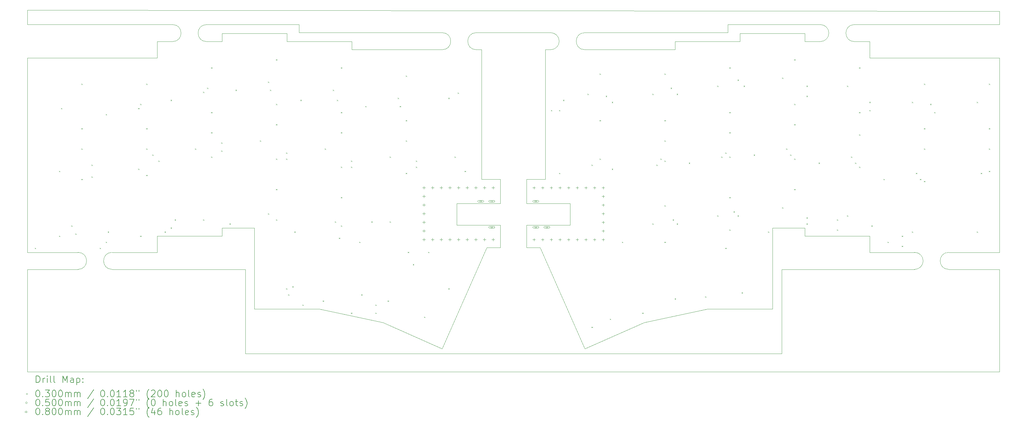
<source format=gbr>
%TF.GenerationSoftware,KiCad,Pcbnew,9.0.0*%
%TF.CreationDate,2025-03-23T14:50:25-06:00*%
%TF.ProjectId,travyboard,74726176-7962-46f6-9172-642e6b696361,rev?*%
%TF.SameCoordinates,Original*%
%TF.FileFunction,Drillmap*%
%TF.FilePolarity,Positive*%
%FSLAX45Y45*%
G04 Gerber Fmt 4.5, Leading zero omitted, Abs format (unit mm)*
G04 Created by KiCad (PCBNEW 9.0.0) date 2025-03-23 14:50:25*
%MOMM*%
%LPD*%
G01*
G04 APERTURE LIST*
%ADD10C,0.050000*%
%ADD11C,0.200000*%
%ADD12C,0.100000*%
G04 APERTURE END LIST*
D10*
X31869144Y-2616711D02*
X31869144Y-8331710D01*
X5812075Y-8831675D02*
X9723538Y-8831675D01*
X9038934Y-7617335D02*
X9991434Y-7617335D01*
X17209934Y-7527185D02*
X17209934Y-8192785D01*
X26606648Y-1640480D02*
G75*
G02*
X26606648Y-2140460I2J-249990D01*
G01*
X9038934Y-7855460D02*
X9038934Y-7617335D01*
X25201644Y-7617335D02*
X25201644Y-9998586D01*
X15503491Y-11160158D02*
X16812259Y-8192785D01*
X19689586Y-11160158D02*
X18380819Y-8192785D01*
X30375558Y-8331706D02*
X31869144Y-8331710D01*
X3323934Y-2616711D02*
X7133934Y-2616711D01*
X26154144Y-2140461D02*
X26154144Y-1902335D01*
X23296644Y-9998586D02*
X21432585Y-10391405D01*
X17983144Y-6897185D02*
X19258144Y-6897185D01*
X9991434Y-9998586D02*
X11896434Y-9998586D01*
X3323934Y-8831675D02*
X3323934Y-11844046D01*
X7133934Y-2616711D02*
X7133934Y-2140461D01*
X17983144Y-6188585D02*
X17983144Y-6897185D01*
X31869144Y-11844046D02*
X3323934Y-11844046D01*
X27606648Y-2140461D02*
X28059144Y-2140461D01*
X16658934Y-2378586D02*
X16658934Y-6188585D01*
X9991434Y-7617335D02*
X9991434Y-9998586D01*
X29374849Y-8331706D02*
G75*
G02*
X29374849Y-8831754I1J-250024D01*
G01*
X17983144Y-7527185D02*
X17983144Y-8192785D01*
X19688999Y-1878614D02*
X23891963Y-1878607D01*
X11301114Y-1878605D02*
X11301114Y-1640480D01*
X16504079Y-2378586D02*
G75*
G02*
X16504079Y-1878604I0J249991D01*
G01*
X18534144Y-2378586D02*
X18688999Y-2378595D01*
X24249144Y-1902335D02*
X24249144Y-2140461D01*
X4812169Y-8331710D02*
X3323934Y-8331710D01*
X15934934Y-6897185D02*
X15934934Y-7527185D01*
X16658934Y-2378586D02*
X16504079Y-2378586D01*
X15504079Y-1878605D02*
X11301114Y-1878605D01*
X25201644Y-9998586D02*
X23296644Y-9998586D01*
X7133934Y-7855460D02*
X9038934Y-7855460D01*
X26154144Y-7855460D02*
X26154144Y-7617335D01*
X7586430Y-1640480D02*
G75*
G02*
X7586430Y-2140460I0J-249990D01*
G01*
X17209934Y-6897185D02*
X15934934Y-6897185D01*
X15504079Y-1878605D02*
G75*
G02*
X15504079Y-2378585I0J-249990D01*
G01*
X19258144Y-7527185D02*
X17983144Y-7527185D01*
X7586430Y-1640480D02*
X3323934Y-1640480D01*
X18688999Y-1878605D02*
X16504627Y-1878605D01*
X26154144Y-7617335D02*
X25201644Y-7617335D01*
X19688999Y-2378586D02*
G75*
G02*
X19688999Y-1878614I2J249986D01*
G01*
X11896434Y-9998586D02*
X13760493Y-10391405D01*
X3323934Y-1217727D02*
X31869144Y-1247493D01*
X17209934Y-6188585D02*
X16658934Y-6188585D01*
X26154144Y-2140461D02*
X26606648Y-2140461D01*
X29374849Y-8331688D02*
X28059144Y-8331706D01*
X10943934Y-1902335D02*
X10943934Y-2140461D01*
X21432585Y-10391405D02*
X19689586Y-11160158D01*
X25469540Y-8831671D02*
X25469540Y-11308266D01*
X30374849Y-8831755D02*
G75*
G02*
X30374849Y-8331705I1J250025D01*
G01*
X9723538Y-8831675D02*
X9723538Y-11308270D01*
X5812075Y-8831675D02*
G75*
G02*
X5812262Y-8331711I94J249982D01*
G01*
X8586430Y-2140461D02*
G75*
G02*
X8586430Y-1640479I0J249991D01*
G01*
X31869144Y-2616711D02*
X28059144Y-2616711D01*
X30374850Y-8831755D02*
X31869144Y-8831671D01*
X10943934Y-2140461D02*
X12848934Y-2140461D01*
X17983144Y-8192785D02*
X18380819Y-8192785D01*
X5812262Y-8331711D02*
X7133934Y-8331710D01*
X9723538Y-11308270D02*
X25469540Y-11308266D01*
X28059144Y-7855460D02*
X26154144Y-7855460D01*
X19689000Y-2378586D02*
X22344144Y-2378586D01*
X17209934Y-8192785D02*
X16812259Y-8192785D01*
X4812214Y-8331710D02*
G75*
G02*
X4812213Y-8831676I-45J-249983D01*
G01*
X27605943Y-1640480D02*
X31869144Y-1640480D01*
X9038934Y-2140461D02*
X8586430Y-2140461D01*
X29374849Y-8831755D02*
X25469540Y-8831671D01*
X9038934Y-1902335D02*
X10943934Y-1902335D01*
X19258144Y-6897185D02*
X19258144Y-7527185D01*
X7133934Y-8331710D02*
X7133934Y-7855460D01*
X22344144Y-2140461D02*
X22344144Y-2378586D01*
X31869144Y-1247493D02*
X31869144Y-1640480D01*
X9038934Y-2140461D02*
X9038934Y-1902335D01*
X24249144Y-2140461D02*
X22344144Y-2140461D01*
X7586430Y-2140461D02*
X7133934Y-2140461D01*
X15934934Y-7527185D02*
X17209934Y-7527185D01*
X27606648Y-2140461D02*
G75*
G02*
X27606648Y-1640479I2J249991D01*
G01*
X4812169Y-8831693D02*
X3323934Y-8831675D01*
X12848934Y-2140461D02*
X12848934Y-2378586D01*
X15504079Y-2378586D02*
X12848926Y-2378586D01*
X17983144Y-6188585D02*
X18534144Y-6188585D01*
X23891963Y-1878607D02*
X23891963Y-1640480D01*
X17209934Y-6188585D02*
X17209934Y-6897185D01*
X18534144Y-2378586D02*
X18534144Y-6188585D01*
X26606648Y-1640480D02*
X23891963Y-1640480D01*
X18688999Y-1878605D02*
G75*
G02*
X18688999Y-2378595I2J-249995D01*
G01*
X28059144Y-8331710D02*
X28059144Y-7855460D01*
X3323934Y-2616711D02*
X3323934Y-8331710D01*
X8585723Y-1640480D02*
X11301114Y-1640480D01*
X28059144Y-2616711D02*
X28059144Y-2140461D01*
X13760493Y-10391405D02*
X15503491Y-11160158D01*
X3323934Y-1640480D02*
X3323934Y-1217727D01*
X26154144Y-1902335D02*
X24249144Y-1902335D01*
X31869144Y-8831671D02*
X31869144Y-11844046D01*
D11*
D12*
X3540999Y-8197649D02*
X3570999Y-8227649D01*
X3570999Y-8197649D02*
X3540999Y-8227649D01*
X4255374Y-5935460D02*
X4285374Y-5965460D01*
X4285374Y-5935460D02*
X4255374Y-5965460D01*
X4255374Y-7840462D02*
X4285374Y-7870462D01*
X4285374Y-7840462D02*
X4255374Y-7870462D01*
X4314906Y-4089990D02*
X4344906Y-4119990D01*
X4344906Y-4089990D02*
X4314906Y-4119990D01*
X4612562Y-7542805D02*
X4642562Y-7572805D01*
X4642562Y-7542805D02*
X4612562Y-7572805D01*
X4731625Y-7780930D02*
X4761625Y-7810930D01*
X4761625Y-7780930D02*
X4731625Y-7810930D01*
X4910219Y-3375614D02*
X4940219Y-3405614D01*
X4940219Y-3375614D02*
X4910219Y-3405614D01*
X4910219Y-4685303D02*
X4940219Y-4715303D01*
X4940219Y-4685303D02*
X4910219Y-4715303D01*
X4910219Y-5280616D02*
X4940219Y-5310616D01*
X4940219Y-5280616D02*
X4910219Y-5310616D01*
X4910219Y-6173585D02*
X4940219Y-6203585D01*
X4940219Y-6173585D02*
X4910219Y-6203585D01*
X5207875Y-5756866D02*
X5237875Y-5786866D01*
X5237875Y-5756866D02*
X5207875Y-5786866D01*
X5207875Y-6102069D02*
X5237875Y-6132069D01*
X5237875Y-6102069D02*
X5207875Y-6132069D01*
X5446000Y-8197649D02*
X5476000Y-8227649D01*
X5476000Y-8197649D02*
X5446000Y-8227649D01*
X5624594Y-4268584D02*
X5654594Y-4298584D01*
X5654594Y-4268584D02*
X5624594Y-4298584D01*
X5624594Y-8019056D02*
X5654594Y-8049056D01*
X5654594Y-8019056D02*
X5624594Y-8049056D01*
X5684125Y-7721399D02*
X5714125Y-7751399D01*
X5714125Y-7721399D02*
X5684125Y-7751399D01*
X6577095Y-4089990D02*
X6607095Y-4119990D01*
X6607095Y-4089990D02*
X6577095Y-4119990D01*
X6577095Y-5875929D02*
X6607095Y-5905929D01*
X6607095Y-5875929D02*
X6577095Y-5905929D01*
X6636626Y-3970927D02*
X6666626Y-4000927D01*
X6666626Y-3970927D02*
X6636626Y-4000927D01*
X6636626Y-7840462D02*
X6666626Y-7870462D01*
X6666626Y-7840462D02*
X6636626Y-7870462D01*
X6815220Y-3375614D02*
X6845220Y-3405614D01*
X6845220Y-3375614D02*
X6815220Y-3405614D01*
X6815220Y-4685303D02*
X6845220Y-4715303D01*
X6845220Y-4685303D02*
X6815220Y-4715303D01*
X6815220Y-5280616D02*
X6845220Y-5310616D01*
X6845220Y-5280616D02*
X6815220Y-5310616D01*
X6815220Y-6054523D02*
X6845220Y-6084523D01*
X6845220Y-6054523D02*
X6815220Y-6084523D01*
X6993814Y-5459210D02*
X7023814Y-5489210D01*
X7023814Y-5459210D02*
X6993814Y-5489210D01*
X7172408Y-5637804D02*
X7202408Y-5667804D01*
X7202408Y-5637804D02*
X7172408Y-5667804D01*
X7351002Y-7721399D02*
X7381002Y-7751399D01*
X7381002Y-7721399D02*
X7351002Y-7751399D01*
X7529596Y-3851865D02*
X7559596Y-3881865D01*
X7559596Y-3851865D02*
X7529596Y-3881865D01*
X7529596Y-7602336D02*
X7559596Y-7632336D01*
X7559596Y-7602336D02*
X7529596Y-7632336D01*
X7648658Y-7364211D02*
X7678658Y-7394211D01*
X7678658Y-7364211D02*
X7648658Y-7394211D01*
X8243971Y-5280616D02*
X8273971Y-5310616D01*
X8273971Y-5280616D02*
X8243971Y-5310616D01*
X8482097Y-3613739D02*
X8512097Y-3643739D01*
X8512097Y-3613739D02*
X8482097Y-3643739D01*
X8482097Y-7364211D02*
X8512097Y-7394211D01*
X8512097Y-7364211D02*
X8482097Y-7394211D01*
X8601159Y-3494677D02*
X8631159Y-3524677D01*
X8631159Y-3494677D02*
X8601159Y-3524677D01*
X8720222Y-2899364D02*
X8750222Y-2929364D01*
X8750222Y-2899364D02*
X8720222Y-2929364D01*
X8720222Y-4209052D02*
X8750222Y-4239052D01*
X8750222Y-4209052D02*
X8720222Y-4239052D01*
X8720222Y-4804365D02*
X8750222Y-4834365D01*
X8750222Y-4804365D02*
X8720222Y-4834365D01*
X8720222Y-5518741D02*
X8750222Y-5548741D01*
X8750222Y-5518741D02*
X8720222Y-5548741D01*
X9017878Y-5102022D02*
X9047878Y-5132022D01*
X9047878Y-5102022D02*
X9017878Y-5132022D01*
X9017878Y-5340147D02*
X9047878Y-5370147D01*
X9047878Y-5340147D02*
X9017878Y-5370147D01*
X9256003Y-7483274D02*
X9286003Y-7513274D01*
X9286003Y-7483274D02*
X9256003Y-7513274D01*
X9434597Y-3554208D02*
X9464597Y-3584208D01*
X9464597Y-3554208D02*
X9434597Y-3584208D01*
X10148973Y-5042491D02*
X10178973Y-5072491D01*
X10178973Y-5042491D02*
X10148973Y-5072491D01*
X10387098Y-3316083D02*
X10417098Y-3346083D01*
X10417098Y-3316083D02*
X10387098Y-3346083D01*
X10387098Y-7185617D02*
X10417098Y-7215617D01*
X10417098Y-7185617D02*
X10387098Y-7215617D01*
X10446629Y-3554208D02*
X10476629Y-3584208D01*
X10476629Y-3554208D02*
X10446629Y-3584208D01*
X10625223Y-2661239D02*
X10655223Y-2691239D01*
X10655223Y-2661239D02*
X10625223Y-2691239D01*
X10625223Y-3970927D02*
X10655223Y-4000927D01*
X10655223Y-3970927D02*
X10625223Y-4000927D01*
X10625223Y-4566240D02*
X10655223Y-4596240D01*
X10655223Y-4566240D02*
X10625223Y-4596240D01*
X10625223Y-5578272D02*
X10655223Y-5608272D01*
X10655223Y-5578272D02*
X10625223Y-5608272D01*
X10625223Y-6471242D02*
X10655223Y-6501242D01*
X10655223Y-6471242D02*
X10625223Y-6501242D01*
X10625223Y-7364211D02*
X10655223Y-7394211D01*
X10655223Y-7364211D02*
X10625223Y-7394211D01*
X10922873Y-9388270D02*
X10952873Y-9418270D01*
X10952873Y-9388270D02*
X10922873Y-9418270D01*
X10922880Y-5399678D02*
X10952880Y-5429678D01*
X10952880Y-5399678D02*
X10922880Y-5429678D01*
X10922880Y-5578272D02*
X10952880Y-5608272D01*
X10952880Y-5578272D02*
X10922880Y-5608272D01*
X10982405Y-9566864D02*
X11012405Y-9596864D01*
X11012405Y-9566864D02*
X10982405Y-9596864D01*
X11101474Y-9328744D02*
X11131474Y-9358744D01*
X11131474Y-9328744D02*
X11101474Y-9358744D01*
X11161005Y-7721399D02*
X11191005Y-7751399D01*
X11191005Y-7721399D02*
X11161005Y-7751399D01*
X11339599Y-3851865D02*
X11369599Y-3881865D01*
X11369599Y-3851865D02*
X11339599Y-3881865D01*
X11399123Y-9864520D02*
X11429123Y-9894520D01*
X11429123Y-9864520D02*
X11399123Y-9894520D01*
X11994436Y-9745457D02*
X12024436Y-9775457D01*
X12024436Y-9745457D02*
X11994436Y-9775457D01*
X12053974Y-5280616D02*
X12083974Y-5310616D01*
X12083974Y-5280616D02*
X12053974Y-5310616D01*
X12292100Y-3554208D02*
X12322100Y-3584208D01*
X12322100Y-3554208D02*
X12292100Y-3584208D01*
X12351631Y-7423743D02*
X12381631Y-7453743D01*
X12381631Y-7423743D02*
X12351631Y-7453743D01*
X12411162Y-3851865D02*
X12441162Y-3881865D01*
X12441162Y-3851865D02*
X12411162Y-3881865D01*
X12470694Y-7899993D02*
X12500694Y-7929993D01*
X12500694Y-7899993D02*
X12470694Y-7929993D01*
X12530225Y-2899364D02*
X12560225Y-2929364D01*
X12560225Y-2899364D02*
X12530225Y-2929364D01*
X12530225Y-4209052D02*
X12560225Y-4239052D01*
X12560225Y-4209052D02*
X12530225Y-4239052D01*
X12530225Y-4804365D02*
X12560225Y-4834365D01*
X12560225Y-4804365D02*
X12530225Y-4834365D01*
X12530225Y-5816397D02*
X12560225Y-5846397D01*
X12560225Y-5816397D02*
X12530225Y-5846397D01*
X12530225Y-6709367D02*
X12560225Y-6739367D01*
X12560225Y-6709367D02*
X12530225Y-6739367D01*
X12530225Y-7542805D02*
X12560225Y-7572805D01*
X12560225Y-7542805D02*
X12530225Y-7572805D01*
X12827873Y-10102645D02*
X12857873Y-10132645D01*
X12857873Y-10102645D02*
X12827873Y-10132645D01*
X12827881Y-5637804D02*
X12857881Y-5667804D01*
X12857881Y-5637804D02*
X12827881Y-5667804D01*
X12827881Y-5816397D02*
X12857881Y-5846397D01*
X12857881Y-5816397D02*
X12827881Y-5846397D01*
X13066007Y-8019056D02*
X13096007Y-8049056D01*
X13096007Y-8019056D02*
X13066007Y-8049056D01*
X13125538Y-9566869D02*
X13155538Y-9596869D01*
X13155538Y-9566869D02*
X13125538Y-9596869D01*
X13244600Y-4030458D02*
X13274600Y-4060458D01*
X13274600Y-4030458D02*
X13244600Y-4060458D01*
X13423194Y-7423743D02*
X13453194Y-7453743D01*
X13453194Y-7423743D02*
X13423194Y-7453743D01*
X13542248Y-9864520D02*
X13572248Y-9894520D01*
X13572248Y-9864520D02*
X13542248Y-9894520D01*
X13542248Y-10102645D02*
X13572248Y-10132645D01*
X13572248Y-10102645D02*
X13542248Y-10132645D01*
X13899436Y-9745457D02*
X13929436Y-9775457D01*
X13929436Y-9745457D02*
X13899436Y-9775457D01*
X13958976Y-5518741D02*
X13988976Y-5548741D01*
X13988976Y-5518741D02*
X13958976Y-5548741D01*
X13958976Y-7423743D02*
X13988976Y-7453743D01*
X13988976Y-7423743D02*
X13958976Y-7453743D01*
X14197101Y-3792333D02*
X14227101Y-3822333D01*
X14227101Y-3792333D02*
X14197101Y-3822333D01*
X14256633Y-4030458D02*
X14286633Y-4060458D01*
X14286633Y-4030458D02*
X14256633Y-4060458D01*
X14435226Y-3137489D02*
X14465226Y-3167489D01*
X14465226Y-3137489D02*
X14435226Y-3167489D01*
X14435226Y-4447178D02*
X14465226Y-4477178D01*
X14465226Y-4447178D02*
X14435226Y-4477178D01*
X14435226Y-5042491D02*
X14465226Y-5072491D01*
X14465226Y-5042491D02*
X14435226Y-5072491D01*
X14435226Y-5994991D02*
X14465226Y-6024991D01*
X14465226Y-5994991D02*
X14435226Y-6024991D01*
X14494748Y-8316707D02*
X14524748Y-8346707D01*
X14524748Y-8316707D02*
X14494748Y-8346707D01*
X14643906Y-8673895D02*
X14673906Y-8703895D01*
X14673906Y-8673895D02*
X14643906Y-8703895D01*
X14732883Y-5637804D02*
X14762883Y-5667804D01*
X14762883Y-5637804D02*
X14732883Y-5667804D01*
X14732883Y-5816397D02*
X14762883Y-5846397D01*
X14762883Y-5816397D02*
X14732883Y-5846397D01*
X14971008Y-10221714D02*
X15001008Y-10251714D01*
X15001008Y-10221714D02*
X14971008Y-10251714D01*
X15090061Y-8316707D02*
X15120061Y-8346707D01*
X15120061Y-8316707D02*
X15090061Y-8346707D01*
X15685373Y-3792332D02*
X15715373Y-3822332D01*
X15715373Y-3792332D02*
X15685373Y-3822332D01*
X15685373Y-9388270D02*
X15715373Y-9418270D01*
X15715373Y-9388270D02*
X15685373Y-9418270D01*
X15863978Y-5518741D02*
X15893978Y-5548741D01*
X15893978Y-5518741D02*
X15863978Y-5548741D01*
X15957218Y-3639562D02*
X15987218Y-3669562D01*
X15987218Y-3639562D02*
X15957218Y-3669562D01*
X16161623Y-5935457D02*
X16191623Y-5965457D01*
X16191623Y-5935457D02*
X16161623Y-5965457D01*
X18697751Y-4149524D02*
X18727751Y-4179524D01*
X18727751Y-4149524D02*
X18697751Y-4179524D01*
X18935876Y-4149524D02*
X18965876Y-4179524D01*
X18965876Y-4149524D02*
X18935876Y-4179524D01*
X18935876Y-5994995D02*
X18965876Y-6024995D01*
X18965876Y-5994995D02*
X18935876Y-6024995D01*
X19054939Y-3851868D02*
X19084939Y-3881868D01*
X19084939Y-3851868D02*
X19054939Y-3881868D01*
X19769314Y-3673274D02*
X19799314Y-3703274D01*
X19799314Y-3673274D02*
X19769314Y-3703274D01*
X19888377Y-5756869D02*
X19918377Y-5786869D01*
X19918377Y-5756869D02*
X19888377Y-5786869D01*
X19888377Y-10519373D02*
X19918377Y-10549373D01*
X19918377Y-10519373D02*
X19888377Y-10549373D01*
X20126502Y-3077961D02*
X20156502Y-3107961D01*
X20156502Y-3077961D02*
X20126502Y-3107961D01*
X20126502Y-4447181D02*
X20156502Y-4477181D01*
X20156502Y-4447181D02*
X20126502Y-4477181D01*
X20126502Y-5578744D02*
X20156502Y-5608744D01*
X20156502Y-5578744D02*
X20126502Y-5608744D01*
X20305096Y-3732805D02*
X20335096Y-3762805D01*
X20335096Y-3732805D02*
X20305096Y-3762805D01*
X20424159Y-10281248D02*
X20454159Y-10311248D01*
X20454159Y-10281248D02*
X20424159Y-10311248D01*
X20483690Y-3911399D02*
X20513690Y-3941399D01*
X20513690Y-3911399D02*
X20483690Y-3941399D01*
X20483690Y-5875932D02*
X20513690Y-5905932D01*
X20513690Y-5875932D02*
X20483690Y-5905932D01*
X20781346Y-8019059D02*
X20811346Y-8049059D01*
X20811346Y-8019059D02*
X20781346Y-8049059D01*
X21376659Y-10102654D02*
X21406659Y-10132654D01*
X21406659Y-10102654D02*
X21376659Y-10132654D01*
X21674316Y-3673274D02*
X21704316Y-3703274D01*
X21704316Y-3673274D02*
X21674316Y-3703274D01*
X21674316Y-7483277D02*
X21704316Y-7513277D01*
X21704316Y-7483277D02*
X21674316Y-7513277D01*
X21793378Y-5756869D02*
X21823378Y-5786869D01*
X21823378Y-5756869D02*
X21793378Y-5786869D01*
X21912441Y-5578276D02*
X21942441Y-5608275D01*
X21942441Y-5578276D02*
X21912441Y-5608275D01*
X22031504Y-3077961D02*
X22061504Y-3107961D01*
X22061504Y-3077961D02*
X22031504Y-3107961D01*
X22031504Y-4447181D02*
X22061504Y-4477181D01*
X22061504Y-4447181D02*
X22031504Y-4477181D01*
X22031504Y-5042494D02*
X22061504Y-5072494D01*
X22061504Y-5042494D02*
X22031504Y-5072494D01*
X22031504Y-5637807D02*
X22061504Y-5667807D01*
X22061504Y-5637807D02*
X22031504Y-5667807D01*
X22031504Y-6947495D02*
X22061504Y-6977495D01*
X22061504Y-6947495D02*
X22031504Y-6977495D01*
X22031504Y-8019059D02*
X22061504Y-8049059D01*
X22061504Y-8019059D02*
X22031504Y-8049059D01*
X22210098Y-3494680D02*
X22240098Y-3524680D01*
X22240098Y-3494680D02*
X22210098Y-3524680D01*
X22269629Y-7364214D02*
X22299629Y-7394214D01*
X22299629Y-7364214D02*
X22269629Y-7394214D01*
X22329160Y-9685935D02*
X22359160Y-9715935D01*
X22359160Y-9685935D02*
X22329160Y-9715935D01*
X22388691Y-3673274D02*
X22418691Y-3703274D01*
X22418691Y-3673274D02*
X22388691Y-3703274D01*
X22388691Y-7483277D02*
X22418691Y-7513277D01*
X22418691Y-7483277D02*
X22388691Y-7513277D01*
X22745879Y-5697338D02*
X22775879Y-5727338D01*
X22775879Y-5697338D02*
X22745879Y-5727338D01*
X23222130Y-9626404D02*
X23252130Y-9656404D01*
X23252130Y-9626404D02*
X23222130Y-9656404D01*
X23579317Y-3435149D02*
X23609317Y-3465149D01*
X23609317Y-3435149D02*
X23579317Y-3465149D01*
X23579317Y-7245152D02*
X23609317Y-7275152D01*
X23609317Y-7245152D02*
X23579317Y-7275152D01*
X23698380Y-5518744D02*
X23728380Y-5548744D01*
X23728380Y-5518744D02*
X23698380Y-5548744D01*
X23817443Y-5399682D02*
X23847443Y-5429682D01*
X23847443Y-5399682D02*
X23817443Y-5429682D01*
X23817443Y-8197653D02*
X23847443Y-8227653D01*
X23847443Y-8197653D02*
X23817443Y-8227653D01*
X23936505Y-2899367D02*
X23966505Y-2929367D01*
X23966505Y-2899367D02*
X23936505Y-2929367D01*
X23936505Y-4209056D02*
X23966505Y-4239056D01*
X23966505Y-4209056D02*
X23936505Y-4239056D01*
X23936505Y-4804369D02*
X23966505Y-4834369D01*
X23966505Y-4804369D02*
X23936505Y-4834369D01*
X23936505Y-5518744D02*
X23966505Y-5548744D01*
X23966505Y-5518744D02*
X23936505Y-5548744D01*
X23936505Y-6709370D02*
X23966505Y-6739370D01*
X23966505Y-6709370D02*
X23936505Y-6739370D01*
X23936505Y-7661871D02*
X23966505Y-7691871D01*
X23966505Y-7661871D02*
X23936505Y-7691871D01*
X24055568Y-7126089D02*
X24085568Y-7156089D01*
X24085568Y-7126089D02*
X24055568Y-7156089D01*
X24174630Y-3256555D02*
X24204630Y-3286555D01*
X24204630Y-3256555D02*
X24174630Y-3286555D01*
X24174630Y-7245152D02*
X24204630Y-7275152D01*
X24204630Y-7245152D02*
X24174630Y-7275152D01*
X24293693Y-9507341D02*
X24323693Y-9537341D01*
X24323693Y-9507341D02*
X24293693Y-9537341D01*
X24353224Y-3435149D02*
X24383224Y-3465149D01*
X24383224Y-3435149D02*
X24353224Y-3465149D01*
X24650881Y-5459213D02*
X24680881Y-5489213D01*
X24680881Y-5459213D02*
X24650881Y-5489213D01*
X25067600Y-7721402D02*
X25097600Y-7751402D01*
X25097600Y-7721402D02*
X25067600Y-7751402D01*
X25484319Y-3197023D02*
X25514319Y-3227023D01*
X25514319Y-3197023D02*
X25484319Y-3227023D01*
X25484319Y-7007027D02*
X25514319Y-7037027D01*
X25514319Y-7007027D02*
X25484319Y-7037027D01*
X25603382Y-5280619D02*
X25633382Y-5310619D01*
X25633382Y-5280619D02*
X25603382Y-5310619D01*
X25722444Y-5459213D02*
X25752444Y-5489213D01*
X25752444Y-5459213D02*
X25722444Y-5489213D01*
X25841507Y-2661242D02*
X25871507Y-2691242D01*
X25871507Y-2661242D02*
X25841507Y-2691242D01*
X25841507Y-3970930D02*
X25871507Y-4000930D01*
X25871507Y-3970930D02*
X25841507Y-4000930D01*
X25841507Y-4566243D02*
X25871507Y-4596243D01*
X25871507Y-4566243D02*
X25841507Y-4596243D01*
X25841507Y-5578276D02*
X25871507Y-5608275D01*
X25871507Y-5578276D02*
X25841507Y-5608275D01*
X25841507Y-6471245D02*
X25871507Y-6501245D01*
X25871507Y-6471245D02*
X25841507Y-6501245D01*
X26198695Y-3435149D02*
X26228695Y-3465149D01*
X26228695Y-3435149D02*
X26198695Y-3465149D01*
X26198695Y-3732805D02*
X26228695Y-3762805D01*
X26228695Y-3732805D02*
X26198695Y-3762805D01*
X26198695Y-7304683D02*
X26228695Y-7334683D01*
X26228695Y-7304683D02*
X26198695Y-7334683D01*
X26198695Y-7483277D02*
X26228695Y-7513277D01*
X26228695Y-7483277D02*
X26198695Y-7513277D01*
X26555882Y-5697338D02*
X26585882Y-5727338D01*
X26585882Y-5697338D02*
X26555882Y-5727338D01*
X27091664Y-7364214D02*
X27121664Y-7394214D01*
X27121664Y-7364214D02*
X27091664Y-7394214D01*
X27091664Y-7661871D02*
X27121664Y-7691871D01*
X27121664Y-7661871D02*
X27091664Y-7691871D01*
X27389321Y-3435149D02*
X27419321Y-3465149D01*
X27419321Y-3435149D02*
X27389321Y-3465149D01*
X27389321Y-7245152D02*
X27419321Y-7275152D01*
X27419321Y-7245152D02*
X27389321Y-7275152D01*
X27508383Y-5518744D02*
X27538383Y-5548744D01*
X27538383Y-5518744D02*
X27508383Y-5548744D01*
X27627446Y-5697338D02*
X27657446Y-5727338D01*
X27657446Y-5697338D02*
X27627446Y-5727338D01*
X27746508Y-2899367D02*
X27776508Y-2929367D01*
X27776508Y-2899367D02*
X27746508Y-2929367D01*
X27746508Y-4209056D02*
X27776508Y-4239056D01*
X27776508Y-4209056D02*
X27746508Y-4239056D01*
X27746508Y-4863900D02*
X27776508Y-4893900D01*
X27776508Y-4863900D02*
X27746508Y-4893900D01*
X27746508Y-5816401D02*
X27776508Y-5846401D01*
X27776508Y-5816401D02*
X27746508Y-5846401D01*
X28044165Y-3911399D02*
X28074165Y-3941399D01*
X28074165Y-3911399D02*
X28044165Y-3941399D01*
X28044165Y-4149524D02*
X28074165Y-4179524D01*
X28074165Y-4149524D02*
X28044165Y-4179524D01*
X28103696Y-7542808D02*
X28133696Y-7572808D01*
X28133696Y-7542808D02*
X28103696Y-7572808D01*
X28460884Y-6173588D02*
X28490884Y-6203588D01*
X28490884Y-6173588D02*
X28460884Y-6203588D01*
X28579947Y-8019059D02*
X28609947Y-8049059D01*
X28609947Y-8019059D02*
X28579947Y-8049059D01*
X28996666Y-7840465D02*
X29026666Y-7870465D01*
X29026666Y-7840465D02*
X28996666Y-7870465D01*
X28996666Y-8138121D02*
X29026666Y-8168121D01*
X29026666Y-8138121D02*
X28996666Y-8168121D01*
X29294322Y-3911399D02*
X29324322Y-3941399D01*
X29324322Y-3911399D02*
X29294322Y-3941399D01*
X29294322Y-7721402D02*
X29324322Y-7751402D01*
X29324322Y-7721402D02*
X29294322Y-7751402D01*
X29413385Y-5994995D02*
X29443385Y-6024995D01*
X29443385Y-5994995D02*
X29413385Y-6024995D01*
X29532447Y-6173588D02*
X29562447Y-6203588D01*
X29562447Y-6173588D02*
X29532447Y-6203588D01*
X29651510Y-3375617D02*
X29681510Y-3405617D01*
X29681510Y-3375617D02*
X29651510Y-3405617D01*
X29651510Y-4685306D02*
X29681510Y-4715306D01*
X29681510Y-4685306D02*
X29651510Y-4715306D01*
X29651510Y-5280619D02*
X29681510Y-5310619D01*
X29681510Y-5280619D02*
X29651510Y-5310619D01*
X29651510Y-6233120D02*
X29681510Y-6263120D01*
X29681510Y-6233120D02*
X29651510Y-6263120D01*
X29830104Y-3970930D02*
X29860104Y-4000930D01*
X29860104Y-3970930D02*
X29830104Y-4000930D01*
X29949166Y-4209056D02*
X29979166Y-4239056D01*
X29979166Y-4209056D02*
X29949166Y-4239056D01*
X31199324Y-3911399D02*
X31229324Y-3941399D01*
X31229324Y-3911399D02*
X31199324Y-3941399D01*
X31199324Y-7721402D02*
X31229324Y-7751402D01*
X31229324Y-7721402D02*
X31199324Y-7751402D01*
X31318386Y-5994995D02*
X31348386Y-6024995D01*
X31348386Y-5994995D02*
X31318386Y-6024995D01*
X31556512Y-3375617D02*
X31586512Y-3405617D01*
X31586512Y-3375617D02*
X31556512Y-3405617D01*
X31556512Y-4685306D02*
X31586512Y-4715306D01*
X31586512Y-4685306D02*
X31556512Y-4715306D01*
X31556512Y-5280619D02*
X31586512Y-5310619D01*
X31586512Y-5280619D02*
X31556512Y-5310619D01*
X31556512Y-5935463D02*
X31586512Y-5965463D01*
X31586512Y-5935463D02*
X31556512Y-5965463D01*
X16658873Y-6832182D02*
G75*
G02*
X16608873Y-6832182I-25000J0D01*
G01*
X16608873Y-6832182D02*
G75*
G02*
X16658873Y-6832182I25000J0D01*
G01*
X16698873Y-6807182D02*
X16568873Y-6807182D01*
X16568873Y-6857182D02*
G75*
G02*
X16568873Y-6807182I0J25000D01*
G01*
X16568873Y-6857182D02*
X16698873Y-6857182D01*
X16698873Y-6857182D02*
G75*
G03*
X16698873Y-6807182I0J25000D01*
G01*
X16983873Y-6832182D02*
G75*
G02*
X16933873Y-6832182I-25000J0D01*
G01*
X16933873Y-6832182D02*
G75*
G02*
X16983873Y-6832182I25000J0D01*
G01*
X17023873Y-6807182D02*
X16893873Y-6807182D01*
X16893873Y-6857182D02*
G75*
G02*
X16893873Y-6807182I0J25000D01*
G01*
X16893873Y-6857182D02*
X17023873Y-6857182D01*
X17023873Y-6857182D02*
G75*
G03*
X17023873Y-6807182I0J25000D01*
G01*
X16983873Y-7592182D02*
G75*
G02*
X16933873Y-7592182I-25000J0D01*
G01*
X16933873Y-7592182D02*
G75*
G02*
X16983873Y-7592182I25000J0D01*
G01*
X17023873Y-7567182D02*
X16893873Y-7567182D01*
X16893873Y-7617182D02*
G75*
G02*
X16893873Y-7567182I0J25000D01*
G01*
X16893873Y-7617182D02*
X17023873Y-7617182D01*
X17023873Y-7617182D02*
G75*
G03*
X17023873Y-7567182I0J25000D01*
G01*
X18276871Y-6832230D02*
G75*
G02*
X18226871Y-6832230I-25000J0D01*
G01*
X18226871Y-6832230D02*
G75*
G02*
X18276871Y-6832230I25000J0D01*
G01*
X18186871Y-6857230D02*
X18316871Y-6857230D01*
X18316871Y-6807230D02*
G75*
G02*
X18316871Y-6857230I0J-25000D01*
G01*
X18316871Y-6807230D02*
X18186871Y-6807230D01*
X18186871Y-6807230D02*
G75*
G03*
X18186871Y-6857230I0J-25000D01*
G01*
X18276871Y-7592230D02*
G75*
G02*
X18226871Y-7592230I-25000J0D01*
G01*
X18226871Y-7592230D02*
G75*
G02*
X18276871Y-7592230I25000J0D01*
G01*
X18186871Y-7617230D02*
X18316871Y-7617230D01*
X18316871Y-7567230D02*
G75*
G02*
X18316871Y-7617230I0J-25000D01*
G01*
X18316871Y-7567230D02*
X18186871Y-7567230D01*
X18186871Y-7567230D02*
G75*
G03*
X18186871Y-7617230I0J-25000D01*
G01*
X18601871Y-7592230D02*
G75*
G02*
X18551871Y-7592230I-25000J0D01*
G01*
X18551871Y-7592230D02*
G75*
G02*
X18601871Y-7592230I25000J0D01*
G01*
X18511871Y-7617230D02*
X18641871Y-7617230D01*
X18641871Y-7567230D02*
G75*
G02*
X18641871Y-7617230I0J-25000D01*
G01*
X18641871Y-7567230D02*
X18511871Y-7567230D01*
X18511871Y-7567230D02*
G75*
G03*
X18511871Y-7617230I0J-25000D01*
G01*
X14964649Y-6390803D02*
X14964649Y-6470803D01*
X14924649Y-6430803D02*
X15004649Y-6430803D01*
X14964649Y-6644803D02*
X14964649Y-6724803D01*
X14924649Y-6684803D02*
X15004649Y-6684803D01*
X14964649Y-6898803D02*
X14964649Y-6978803D01*
X14924649Y-6938803D02*
X15004649Y-6938803D01*
X14964649Y-7152803D02*
X14964649Y-7232803D01*
X14924649Y-7192803D02*
X15004649Y-7192803D01*
X14964649Y-7406803D02*
X14964649Y-7486803D01*
X14924649Y-7446803D02*
X15004649Y-7446803D01*
X14964649Y-7660803D02*
X14964649Y-7740803D01*
X14924649Y-7700803D02*
X15004649Y-7700803D01*
X14964649Y-7914803D02*
X14964649Y-7994803D01*
X14924649Y-7954803D02*
X15004649Y-7954803D01*
X15218649Y-6390803D02*
X15218649Y-6470803D01*
X15178649Y-6430803D02*
X15258649Y-6430803D01*
X15218649Y-7914803D02*
X15218649Y-7994803D01*
X15178649Y-7954803D02*
X15258649Y-7954803D01*
X15472649Y-6390803D02*
X15472649Y-6470803D01*
X15432649Y-6430803D02*
X15512649Y-6430803D01*
X15472649Y-7914803D02*
X15472649Y-7994803D01*
X15432649Y-7954803D02*
X15512649Y-7954803D01*
X15726649Y-6390803D02*
X15726649Y-6470803D01*
X15686649Y-6430803D02*
X15766649Y-6430803D01*
X15726649Y-7914803D02*
X15726649Y-7994803D01*
X15686649Y-7954803D02*
X15766649Y-7954803D01*
X15980649Y-6390803D02*
X15980649Y-6470803D01*
X15940649Y-6430803D02*
X16020649Y-6430803D01*
X15980649Y-7914803D02*
X15980649Y-7994803D01*
X15940649Y-7954803D02*
X16020649Y-7954803D01*
X16234649Y-6390803D02*
X16234649Y-6470803D01*
X16194649Y-6430803D02*
X16274649Y-6430803D01*
X16234649Y-7914803D02*
X16234649Y-7994803D01*
X16194649Y-7954803D02*
X16274649Y-7954803D01*
X16488649Y-6390803D02*
X16488649Y-6470803D01*
X16448649Y-6430803D02*
X16528649Y-6430803D01*
X16488649Y-7914803D02*
X16488649Y-7994803D01*
X16448649Y-7954803D02*
X16528649Y-7954803D01*
X16742649Y-6390803D02*
X16742649Y-6470803D01*
X16702649Y-6430803D02*
X16782649Y-6430803D01*
X16742649Y-7914803D02*
X16742649Y-7994803D01*
X16702649Y-7954803D02*
X16782649Y-7954803D01*
X16996649Y-6390803D02*
X16996649Y-6470803D01*
X16956649Y-6430803D02*
X17036649Y-6430803D01*
X16996649Y-7914803D02*
X16996649Y-7994803D01*
X16956649Y-7954803D02*
X17036649Y-7954803D01*
X18198263Y-6393783D02*
X18198263Y-6473783D01*
X18158263Y-6433783D02*
X18238263Y-6433783D01*
X18198263Y-7917783D02*
X18198263Y-7997783D01*
X18158263Y-7957783D02*
X18238263Y-7957783D01*
X18452263Y-6393783D02*
X18452263Y-6473783D01*
X18412263Y-6433783D02*
X18492263Y-6433783D01*
X18452263Y-7917783D02*
X18452263Y-7997783D01*
X18412263Y-7957783D02*
X18492263Y-7957783D01*
X18706263Y-6393783D02*
X18706263Y-6473783D01*
X18666263Y-6433783D02*
X18746263Y-6433783D01*
X18706263Y-7917783D02*
X18706263Y-7997783D01*
X18666263Y-7957783D02*
X18746263Y-7957783D01*
X18960263Y-6393783D02*
X18960263Y-6473783D01*
X18920263Y-6433783D02*
X19000263Y-6433783D01*
X18960263Y-7917783D02*
X18960263Y-7997783D01*
X18920263Y-7957783D02*
X19000263Y-7957783D01*
X19214263Y-6393783D02*
X19214263Y-6473783D01*
X19174263Y-6433783D02*
X19254263Y-6433783D01*
X19214263Y-7917783D02*
X19214263Y-7997783D01*
X19174263Y-7957783D02*
X19254263Y-7957783D01*
X19468263Y-6393783D02*
X19468263Y-6473783D01*
X19428263Y-6433783D02*
X19508263Y-6433783D01*
X19468263Y-7917783D02*
X19468263Y-7997783D01*
X19428263Y-7957783D02*
X19508263Y-7957783D01*
X19722263Y-6393783D02*
X19722263Y-6473783D01*
X19682263Y-6433783D02*
X19762263Y-6433783D01*
X19722263Y-7917783D02*
X19722263Y-7997783D01*
X19682263Y-7957783D02*
X19762263Y-7957783D01*
X19976263Y-6393783D02*
X19976263Y-6473783D01*
X19936263Y-6433783D02*
X20016263Y-6433783D01*
X19976263Y-7917783D02*
X19976263Y-7997783D01*
X19936263Y-7957783D02*
X20016263Y-7957783D01*
X20230263Y-6393783D02*
X20230263Y-6473783D01*
X20190263Y-6433783D02*
X20270263Y-6433783D01*
X20230263Y-6647783D02*
X20230263Y-6727783D01*
X20190263Y-6687783D02*
X20270263Y-6687783D01*
X20230263Y-6901783D02*
X20230263Y-6981783D01*
X20190263Y-6941783D02*
X20270263Y-6941783D01*
X20230263Y-7155783D02*
X20230263Y-7235783D01*
X20190263Y-7195783D02*
X20270263Y-7195783D01*
X20230263Y-7409783D02*
X20230263Y-7489783D01*
X20190263Y-7449783D02*
X20270263Y-7449783D01*
X20230263Y-7663783D02*
X20230263Y-7743783D01*
X20190263Y-7703783D02*
X20270263Y-7703783D01*
X20230263Y-7917783D02*
X20230263Y-7997783D01*
X20190263Y-7957783D02*
X20270263Y-7957783D01*
D11*
X3582210Y-12158030D02*
X3582210Y-11958030D01*
X3582210Y-11958030D02*
X3629829Y-11958030D01*
X3629829Y-11958030D02*
X3658401Y-11967554D01*
X3658401Y-11967554D02*
X3677449Y-11986602D01*
X3677449Y-11986602D02*
X3686972Y-12005649D01*
X3686972Y-12005649D02*
X3696496Y-12043744D01*
X3696496Y-12043744D02*
X3696496Y-12072316D01*
X3696496Y-12072316D02*
X3686972Y-12110411D01*
X3686972Y-12110411D02*
X3677449Y-12129459D01*
X3677449Y-12129459D02*
X3658401Y-12148506D01*
X3658401Y-12148506D02*
X3629829Y-12158030D01*
X3629829Y-12158030D02*
X3582210Y-12158030D01*
X3782210Y-12158030D02*
X3782210Y-12024697D01*
X3782210Y-12062792D02*
X3791734Y-12043744D01*
X3791734Y-12043744D02*
X3801258Y-12034221D01*
X3801258Y-12034221D02*
X3820306Y-12024697D01*
X3820306Y-12024697D02*
X3839353Y-12024697D01*
X3906020Y-12158030D02*
X3906020Y-12024697D01*
X3906020Y-11958030D02*
X3896496Y-11967554D01*
X3896496Y-11967554D02*
X3906020Y-11977078D01*
X3906020Y-11977078D02*
X3915544Y-11967554D01*
X3915544Y-11967554D02*
X3906020Y-11958030D01*
X3906020Y-11958030D02*
X3906020Y-11977078D01*
X4029829Y-12158030D02*
X4010782Y-12148506D01*
X4010782Y-12148506D02*
X4001258Y-12129459D01*
X4001258Y-12129459D02*
X4001258Y-11958030D01*
X4134591Y-12158030D02*
X4115544Y-12148506D01*
X4115544Y-12148506D02*
X4106020Y-12129459D01*
X4106020Y-12129459D02*
X4106020Y-11958030D01*
X4363163Y-12158030D02*
X4363163Y-11958030D01*
X4363163Y-11958030D02*
X4429830Y-12100887D01*
X4429830Y-12100887D02*
X4496496Y-11958030D01*
X4496496Y-11958030D02*
X4496496Y-12158030D01*
X4677449Y-12158030D02*
X4677449Y-12053268D01*
X4677449Y-12053268D02*
X4667925Y-12034221D01*
X4667925Y-12034221D02*
X4648877Y-12024697D01*
X4648877Y-12024697D02*
X4610782Y-12024697D01*
X4610782Y-12024697D02*
X4591734Y-12034221D01*
X4677449Y-12148506D02*
X4658401Y-12158030D01*
X4658401Y-12158030D02*
X4610782Y-12158030D01*
X4610782Y-12158030D02*
X4591734Y-12148506D01*
X4591734Y-12148506D02*
X4582211Y-12129459D01*
X4582211Y-12129459D02*
X4582211Y-12110411D01*
X4582211Y-12110411D02*
X4591734Y-12091364D01*
X4591734Y-12091364D02*
X4610782Y-12081840D01*
X4610782Y-12081840D02*
X4658401Y-12081840D01*
X4658401Y-12081840D02*
X4677449Y-12072316D01*
X4772687Y-12024697D02*
X4772687Y-12224697D01*
X4772687Y-12034221D02*
X4791734Y-12024697D01*
X4791734Y-12024697D02*
X4829830Y-12024697D01*
X4829830Y-12024697D02*
X4848877Y-12034221D01*
X4848877Y-12034221D02*
X4858401Y-12043744D01*
X4858401Y-12043744D02*
X4867925Y-12062792D01*
X4867925Y-12062792D02*
X4867925Y-12119935D01*
X4867925Y-12119935D02*
X4858401Y-12138983D01*
X4858401Y-12138983D02*
X4848877Y-12148506D01*
X4848877Y-12148506D02*
X4829830Y-12158030D01*
X4829830Y-12158030D02*
X4791734Y-12158030D01*
X4791734Y-12158030D02*
X4772687Y-12148506D01*
X4953639Y-12138983D02*
X4963163Y-12148506D01*
X4963163Y-12148506D02*
X4953639Y-12158030D01*
X4953639Y-12158030D02*
X4944115Y-12148506D01*
X4944115Y-12148506D02*
X4953639Y-12138983D01*
X4953639Y-12138983D02*
X4953639Y-12158030D01*
X4953639Y-12034221D02*
X4963163Y-12043744D01*
X4963163Y-12043744D02*
X4953639Y-12053268D01*
X4953639Y-12053268D02*
X4944115Y-12043744D01*
X4944115Y-12043744D02*
X4953639Y-12034221D01*
X4953639Y-12034221D02*
X4953639Y-12053268D01*
D12*
X3291434Y-12471546D02*
X3321434Y-12501546D01*
X3321434Y-12471546D02*
X3291434Y-12501546D01*
D11*
X3620306Y-12378030D02*
X3639353Y-12378030D01*
X3639353Y-12378030D02*
X3658401Y-12387554D01*
X3658401Y-12387554D02*
X3667925Y-12397078D01*
X3667925Y-12397078D02*
X3677449Y-12416125D01*
X3677449Y-12416125D02*
X3686972Y-12454221D01*
X3686972Y-12454221D02*
X3686972Y-12501840D01*
X3686972Y-12501840D02*
X3677449Y-12539935D01*
X3677449Y-12539935D02*
X3667925Y-12558983D01*
X3667925Y-12558983D02*
X3658401Y-12568506D01*
X3658401Y-12568506D02*
X3639353Y-12578030D01*
X3639353Y-12578030D02*
X3620306Y-12578030D01*
X3620306Y-12578030D02*
X3601258Y-12568506D01*
X3601258Y-12568506D02*
X3591734Y-12558983D01*
X3591734Y-12558983D02*
X3582210Y-12539935D01*
X3582210Y-12539935D02*
X3572687Y-12501840D01*
X3572687Y-12501840D02*
X3572687Y-12454221D01*
X3572687Y-12454221D02*
X3582210Y-12416125D01*
X3582210Y-12416125D02*
X3591734Y-12397078D01*
X3591734Y-12397078D02*
X3601258Y-12387554D01*
X3601258Y-12387554D02*
X3620306Y-12378030D01*
X3772687Y-12558983D02*
X3782210Y-12568506D01*
X3782210Y-12568506D02*
X3772687Y-12578030D01*
X3772687Y-12578030D02*
X3763163Y-12568506D01*
X3763163Y-12568506D02*
X3772687Y-12558983D01*
X3772687Y-12558983D02*
X3772687Y-12578030D01*
X3848877Y-12378030D02*
X3972687Y-12378030D01*
X3972687Y-12378030D02*
X3906020Y-12454221D01*
X3906020Y-12454221D02*
X3934591Y-12454221D01*
X3934591Y-12454221D02*
X3953639Y-12463744D01*
X3953639Y-12463744D02*
X3963163Y-12473268D01*
X3963163Y-12473268D02*
X3972687Y-12492316D01*
X3972687Y-12492316D02*
X3972687Y-12539935D01*
X3972687Y-12539935D02*
X3963163Y-12558983D01*
X3963163Y-12558983D02*
X3953639Y-12568506D01*
X3953639Y-12568506D02*
X3934591Y-12578030D01*
X3934591Y-12578030D02*
X3877449Y-12578030D01*
X3877449Y-12578030D02*
X3858401Y-12568506D01*
X3858401Y-12568506D02*
X3848877Y-12558983D01*
X4096496Y-12378030D02*
X4115544Y-12378030D01*
X4115544Y-12378030D02*
X4134591Y-12387554D01*
X4134591Y-12387554D02*
X4144115Y-12397078D01*
X4144115Y-12397078D02*
X4153639Y-12416125D01*
X4153639Y-12416125D02*
X4163163Y-12454221D01*
X4163163Y-12454221D02*
X4163163Y-12501840D01*
X4163163Y-12501840D02*
X4153639Y-12539935D01*
X4153639Y-12539935D02*
X4144115Y-12558983D01*
X4144115Y-12558983D02*
X4134591Y-12568506D01*
X4134591Y-12568506D02*
X4115544Y-12578030D01*
X4115544Y-12578030D02*
X4096496Y-12578030D01*
X4096496Y-12578030D02*
X4077449Y-12568506D01*
X4077449Y-12568506D02*
X4067925Y-12558983D01*
X4067925Y-12558983D02*
X4058401Y-12539935D01*
X4058401Y-12539935D02*
X4048877Y-12501840D01*
X4048877Y-12501840D02*
X4048877Y-12454221D01*
X4048877Y-12454221D02*
X4058401Y-12416125D01*
X4058401Y-12416125D02*
X4067925Y-12397078D01*
X4067925Y-12397078D02*
X4077449Y-12387554D01*
X4077449Y-12387554D02*
X4096496Y-12378030D01*
X4286972Y-12378030D02*
X4306020Y-12378030D01*
X4306020Y-12378030D02*
X4325068Y-12387554D01*
X4325068Y-12387554D02*
X4334592Y-12397078D01*
X4334592Y-12397078D02*
X4344115Y-12416125D01*
X4344115Y-12416125D02*
X4353639Y-12454221D01*
X4353639Y-12454221D02*
X4353639Y-12501840D01*
X4353639Y-12501840D02*
X4344115Y-12539935D01*
X4344115Y-12539935D02*
X4334592Y-12558983D01*
X4334592Y-12558983D02*
X4325068Y-12568506D01*
X4325068Y-12568506D02*
X4306020Y-12578030D01*
X4306020Y-12578030D02*
X4286972Y-12578030D01*
X4286972Y-12578030D02*
X4267925Y-12568506D01*
X4267925Y-12568506D02*
X4258401Y-12558983D01*
X4258401Y-12558983D02*
X4248877Y-12539935D01*
X4248877Y-12539935D02*
X4239353Y-12501840D01*
X4239353Y-12501840D02*
X4239353Y-12454221D01*
X4239353Y-12454221D02*
X4248877Y-12416125D01*
X4248877Y-12416125D02*
X4258401Y-12397078D01*
X4258401Y-12397078D02*
X4267925Y-12387554D01*
X4267925Y-12387554D02*
X4286972Y-12378030D01*
X4439353Y-12578030D02*
X4439353Y-12444697D01*
X4439353Y-12463744D02*
X4448877Y-12454221D01*
X4448877Y-12454221D02*
X4467925Y-12444697D01*
X4467925Y-12444697D02*
X4496496Y-12444697D01*
X4496496Y-12444697D02*
X4515544Y-12454221D01*
X4515544Y-12454221D02*
X4525068Y-12473268D01*
X4525068Y-12473268D02*
X4525068Y-12578030D01*
X4525068Y-12473268D02*
X4534592Y-12454221D01*
X4534592Y-12454221D02*
X4553639Y-12444697D01*
X4553639Y-12444697D02*
X4582211Y-12444697D01*
X4582211Y-12444697D02*
X4601258Y-12454221D01*
X4601258Y-12454221D02*
X4610782Y-12473268D01*
X4610782Y-12473268D02*
X4610782Y-12578030D01*
X4706020Y-12578030D02*
X4706020Y-12444697D01*
X4706020Y-12463744D02*
X4715544Y-12454221D01*
X4715544Y-12454221D02*
X4734592Y-12444697D01*
X4734592Y-12444697D02*
X4763163Y-12444697D01*
X4763163Y-12444697D02*
X4782211Y-12454221D01*
X4782211Y-12454221D02*
X4791734Y-12473268D01*
X4791734Y-12473268D02*
X4791734Y-12578030D01*
X4791734Y-12473268D02*
X4801258Y-12454221D01*
X4801258Y-12454221D02*
X4820306Y-12444697D01*
X4820306Y-12444697D02*
X4848877Y-12444697D01*
X4848877Y-12444697D02*
X4867925Y-12454221D01*
X4867925Y-12454221D02*
X4877449Y-12473268D01*
X4877449Y-12473268D02*
X4877449Y-12578030D01*
X5267925Y-12368506D02*
X5096496Y-12625649D01*
X5525068Y-12378030D02*
X5544116Y-12378030D01*
X5544116Y-12378030D02*
X5563163Y-12387554D01*
X5563163Y-12387554D02*
X5572687Y-12397078D01*
X5572687Y-12397078D02*
X5582211Y-12416125D01*
X5582211Y-12416125D02*
X5591735Y-12454221D01*
X5591735Y-12454221D02*
X5591735Y-12501840D01*
X5591735Y-12501840D02*
X5582211Y-12539935D01*
X5582211Y-12539935D02*
X5572687Y-12558983D01*
X5572687Y-12558983D02*
X5563163Y-12568506D01*
X5563163Y-12568506D02*
X5544116Y-12578030D01*
X5544116Y-12578030D02*
X5525068Y-12578030D01*
X5525068Y-12578030D02*
X5506020Y-12568506D01*
X5506020Y-12568506D02*
X5496496Y-12558983D01*
X5496496Y-12558983D02*
X5486973Y-12539935D01*
X5486973Y-12539935D02*
X5477449Y-12501840D01*
X5477449Y-12501840D02*
X5477449Y-12454221D01*
X5477449Y-12454221D02*
X5486973Y-12416125D01*
X5486973Y-12416125D02*
X5496496Y-12397078D01*
X5496496Y-12397078D02*
X5506020Y-12387554D01*
X5506020Y-12387554D02*
X5525068Y-12378030D01*
X5677449Y-12558983D02*
X5686973Y-12568506D01*
X5686973Y-12568506D02*
X5677449Y-12578030D01*
X5677449Y-12578030D02*
X5667925Y-12568506D01*
X5667925Y-12568506D02*
X5677449Y-12558983D01*
X5677449Y-12558983D02*
X5677449Y-12578030D01*
X5810782Y-12378030D02*
X5829830Y-12378030D01*
X5829830Y-12378030D02*
X5848877Y-12387554D01*
X5848877Y-12387554D02*
X5858401Y-12397078D01*
X5858401Y-12397078D02*
X5867925Y-12416125D01*
X5867925Y-12416125D02*
X5877449Y-12454221D01*
X5877449Y-12454221D02*
X5877449Y-12501840D01*
X5877449Y-12501840D02*
X5867925Y-12539935D01*
X5867925Y-12539935D02*
X5858401Y-12558983D01*
X5858401Y-12558983D02*
X5848877Y-12568506D01*
X5848877Y-12568506D02*
X5829830Y-12578030D01*
X5829830Y-12578030D02*
X5810782Y-12578030D01*
X5810782Y-12578030D02*
X5791734Y-12568506D01*
X5791734Y-12568506D02*
X5782211Y-12558983D01*
X5782211Y-12558983D02*
X5772687Y-12539935D01*
X5772687Y-12539935D02*
X5763163Y-12501840D01*
X5763163Y-12501840D02*
X5763163Y-12454221D01*
X5763163Y-12454221D02*
X5772687Y-12416125D01*
X5772687Y-12416125D02*
X5782211Y-12397078D01*
X5782211Y-12397078D02*
X5791734Y-12387554D01*
X5791734Y-12387554D02*
X5810782Y-12378030D01*
X6067925Y-12578030D02*
X5953639Y-12578030D01*
X6010782Y-12578030D02*
X6010782Y-12378030D01*
X6010782Y-12378030D02*
X5991734Y-12406602D01*
X5991734Y-12406602D02*
X5972687Y-12425649D01*
X5972687Y-12425649D02*
X5953639Y-12435173D01*
X6258401Y-12578030D02*
X6144115Y-12578030D01*
X6201258Y-12578030D02*
X6201258Y-12378030D01*
X6201258Y-12378030D02*
X6182211Y-12406602D01*
X6182211Y-12406602D02*
X6163163Y-12425649D01*
X6163163Y-12425649D02*
X6144115Y-12435173D01*
X6372687Y-12463744D02*
X6353639Y-12454221D01*
X6353639Y-12454221D02*
X6344115Y-12444697D01*
X6344115Y-12444697D02*
X6334592Y-12425649D01*
X6334592Y-12425649D02*
X6334592Y-12416125D01*
X6334592Y-12416125D02*
X6344115Y-12397078D01*
X6344115Y-12397078D02*
X6353639Y-12387554D01*
X6353639Y-12387554D02*
X6372687Y-12378030D01*
X6372687Y-12378030D02*
X6410782Y-12378030D01*
X6410782Y-12378030D02*
X6429830Y-12387554D01*
X6429830Y-12387554D02*
X6439354Y-12397078D01*
X6439354Y-12397078D02*
X6448877Y-12416125D01*
X6448877Y-12416125D02*
X6448877Y-12425649D01*
X6448877Y-12425649D02*
X6439354Y-12444697D01*
X6439354Y-12444697D02*
X6429830Y-12454221D01*
X6429830Y-12454221D02*
X6410782Y-12463744D01*
X6410782Y-12463744D02*
X6372687Y-12463744D01*
X6372687Y-12463744D02*
X6353639Y-12473268D01*
X6353639Y-12473268D02*
X6344115Y-12482792D01*
X6344115Y-12482792D02*
X6334592Y-12501840D01*
X6334592Y-12501840D02*
X6334592Y-12539935D01*
X6334592Y-12539935D02*
X6344115Y-12558983D01*
X6344115Y-12558983D02*
X6353639Y-12568506D01*
X6353639Y-12568506D02*
X6372687Y-12578030D01*
X6372687Y-12578030D02*
X6410782Y-12578030D01*
X6410782Y-12578030D02*
X6429830Y-12568506D01*
X6429830Y-12568506D02*
X6439354Y-12558983D01*
X6439354Y-12558983D02*
X6448877Y-12539935D01*
X6448877Y-12539935D02*
X6448877Y-12501840D01*
X6448877Y-12501840D02*
X6439354Y-12482792D01*
X6439354Y-12482792D02*
X6429830Y-12473268D01*
X6429830Y-12473268D02*
X6410782Y-12463744D01*
X6525068Y-12378030D02*
X6525068Y-12416125D01*
X6601258Y-12378030D02*
X6601258Y-12416125D01*
X6896497Y-12654221D02*
X6886973Y-12644697D01*
X6886973Y-12644697D02*
X6867925Y-12616125D01*
X6867925Y-12616125D02*
X6858401Y-12597078D01*
X6858401Y-12597078D02*
X6848877Y-12568506D01*
X6848877Y-12568506D02*
X6839354Y-12520887D01*
X6839354Y-12520887D02*
X6839354Y-12482792D01*
X6839354Y-12482792D02*
X6848877Y-12435173D01*
X6848877Y-12435173D02*
X6858401Y-12406602D01*
X6858401Y-12406602D02*
X6867925Y-12387554D01*
X6867925Y-12387554D02*
X6886973Y-12358983D01*
X6886973Y-12358983D02*
X6896497Y-12349459D01*
X6963163Y-12397078D02*
X6972687Y-12387554D01*
X6972687Y-12387554D02*
X6991735Y-12378030D01*
X6991735Y-12378030D02*
X7039354Y-12378030D01*
X7039354Y-12378030D02*
X7058401Y-12387554D01*
X7058401Y-12387554D02*
X7067925Y-12397078D01*
X7067925Y-12397078D02*
X7077449Y-12416125D01*
X7077449Y-12416125D02*
X7077449Y-12435173D01*
X7077449Y-12435173D02*
X7067925Y-12463744D01*
X7067925Y-12463744D02*
X6953639Y-12578030D01*
X6953639Y-12578030D02*
X7077449Y-12578030D01*
X7201258Y-12378030D02*
X7220306Y-12378030D01*
X7220306Y-12378030D02*
X7239354Y-12387554D01*
X7239354Y-12387554D02*
X7248877Y-12397078D01*
X7248877Y-12397078D02*
X7258401Y-12416125D01*
X7258401Y-12416125D02*
X7267925Y-12454221D01*
X7267925Y-12454221D02*
X7267925Y-12501840D01*
X7267925Y-12501840D02*
X7258401Y-12539935D01*
X7258401Y-12539935D02*
X7248877Y-12558983D01*
X7248877Y-12558983D02*
X7239354Y-12568506D01*
X7239354Y-12568506D02*
X7220306Y-12578030D01*
X7220306Y-12578030D02*
X7201258Y-12578030D01*
X7201258Y-12578030D02*
X7182211Y-12568506D01*
X7182211Y-12568506D02*
X7172687Y-12558983D01*
X7172687Y-12558983D02*
X7163163Y-12539935D01*
X7163163Y-12539935D02*
X7153639Y-12501840D01*
X7153639Y-12501840D02*
X7153639Y-12454221D01*
X7153639Y-12454221D02*
X7163163Y-12416125D01*
X7163163Y-12416125D02*
X7172687Y-12397078D01*
X7172687Y-12397078D02*
X7182211Y-12387554D01*
X7182211Y-12387554D02*
X7201258Y-12378030D01*
X7391735Y-12378030D02*
X7410782Y-12378030D01*
X7410782Y-12378030D02*
X7429830Y-12387554D01*
X7429830Y-12387554D02*
X7439354Y-12397078D01*
X7439354Y-12397078D02*
X7448877Y-12416125D01*
X7448877Y-12416125D02*
X7458401Y-12454221D01*
X7458401Y-12454221D02*
X7458401Y-12501840D01*
X7458401Y-12501840D02*
X7448877Y-12539935D01*
X7448877Y-12539935D02*
X7439354Y-12558983D01*
X7439354Y-12558983D02*
X7429830Y-12568506D01*
X7429830Y-12568506D02*
X7410782Y-12578030D01*
X7410782Y-12578030D02*
X7391735Y-12578030D01*
X7391735Y-12578030D02*
X7372687Y-12568506D01*
X7372687Y-12568506D02*
X7363163Y-12558983D01*
X7363163Y-12558983D02*
X7353639Y-12539935D01*
X7353639Y-12539935D02*
X7344116Y-12501840D01*
X7344116Y-12501840D02*
X7344116Y-12454221D01*
X7344116Y-12454221D02*
X7353639Y-12416125D01*
X7353639Y-12416125D02*
X7363163Y-12397078D01*
X7363163Y-12397078D02*
X7372687Y-12387554D01*
X7372687Y-12387554D02*
X7391735Y-12378030D01*
X7696497Y-12578030D02*
X7696497Y-12378030D01*
X7782211Y-12578030D02*
X7782211Y-12473268D01*
X7782211Y-12473268D02*
X7772687Y-12454221D01*
X7772687Y-12454221D02*
X7753639Y-12444697D01*
X7753639Y-12444697D02*
X7725068Y-12444697D01*
X7725068Y-12444697D02*
X7706020Y-12454221D01*
X7706020Y-12454221D02*
X7696497Y-12463744D01*
X7906020Y-12578030D02*
X7886973Y-12568506D01*
X7886973Y-12568506D02*
X7877449Y-12558983D01*
X7877449Y-12558983D02*
X7867925Y-12539935D01*
X7867925Y-12539935D02*
X7867925Y-12482792D01*
X7867925Y-12482792D02*
X7877449Y-12463744D01*
X7877449Y-12463744D02*
X7886973Y-12454221D01*
X7886973Y-12454221D02*
X7906020Y-12444697D01*
X7906020Y-12444697D02*
X7934592Y-12444697D01*
X7934592Y-12444697D02*
X7953639Y-12454221D01*
X7953639Y-12454221D02*
X7963163Y-12463744D01*
X7963163Y-12463744D02*
X7972687Y-12482792D01*
X7972687Y-12482792D02*
X7972687Y-12539935D01*
X7972687Y-12539935D02*
X7963163Y-12558983D01*
X7963163Y-12558983D02*
X7953639Y-12568506D01*
X7953639Y-12568506D02*
X7934592Y-12578030D01*
X7934592Y-12578030D02*
X7906020Y-12578030D01*
X8086973Y-12578030D02*
X8067925Y-12568506D01*
X8067925Y-12568506D02*
X8058401Y-12549459D01*
X8058401Y-12549459D02*
X8058401Y-12378030D01*
X8239354Y-12568506D02*
X8220306Y-12578030D01*
X8220306Y-12578030D02*
X8182211Y-12578030D01*
X8182211Y-12578030D02*
X8163163Y-12568506D01*
X8163163Y-12568506D02*
X8153639Y-12549459D01*
X8153639Y-12549459D02*
X8153639Y-12473268D01*
X8153639Y-12473268D02*
X8163163Y-12454221D01*
X8163163Y-12454221D02*
X8182211Y-12444697D01*
X8182211Y-12444697D02*
X8220306Y-12444697D01*
X8220306Y-12444697D02*
X8239354Y-12454221D01*
X8239354Y-12454221D02*
X8248878Y-12473268D01*
X8248878Y-12473268D02*
X8248878Y-12492316D01*
X8248878Y-12492316D02*
X8153639Y-12511364D01*
X8325068Y-12568506D02*
X8344116Y-12578030D01*
X8344116Y-12578030D02*
X8382211Y-12578030D01*
X8382211Y-12578030D02*
X8401259Y-12568506D01*
X8401259Y-12568506D02*
X8410782Y-12549459D01*
X8410782Y-12549459D02*
X8410782Y-12539935D01*
X8410782Y-12539935D02*
X8401259Y-12520887D01*
X8401259Y-12520887D02*
X8382211Y-12511364D01*
X8382211Y-12511364D02*
X8353639Y-12511364D01*
X8353639Y-12511364D02*
X8334592Y-12501840D01*
X8334592Y-12501840D02*
X8325068Y-12482792D01*
X8325068Y-12482792D02*
X8325068Y-12473268D01*
X8325068Y-12473268D02*
X8334592Y-12454221D01*
X8334592Y-12454221D02*
X8353639Y-12444697D01*
X8353639Y-12444697D02*
X8382211Y-12444697D01*
X8382211Y-12444697D02*
X8401259Y-12454221D01*
X8477449Y-12654221D02*
X8486973Y-12644697D01*
X8486973Y-12644697D02*
X8506021Y-12616125D01*
X8506021Y-12616125D02*
X8515544Y-12597078D01*
X8515544Y-12597078D02*
X8525068Y-12568506D01*
X8525068Y-12568506D02*
X8534592Y-12520887D01*
X8534592Y-12520887D02*
X8534592Y-12482792D01*
X8534592Y-12482792D02*
X8525068Y-12435173D01*
X8525068Y-12435173D02*
X8515544Y-12406602D01*
X8515544Y-12406602D02*
X8506021Y-12387554D01*
X8506021Y-12387554D02*
X8486973Y-12358983D01*
X8486973Y-12358983D02*
X8477449Y-12349459D01*
D12*
X3321434Y-12750546D02*
G75*
G02*
X3271434Y-12750546I-25000J0D01*
G01*
X3271434Y-12750546D02*
G75*
G02*
X3321434Y-12750546I25000J0D01*
G01*
D11*
X3620306Y-12642030D02*
X3639353Y-12642030D01*
X3639353Y-12642030D02*
X3658401Y-12651554D01*
X3658401Y-12651554D02*
X3667925Y-12661078D01*
X3667925Y-12661078D02*
X3677449Y-12680125D01*
X3677449Y-12680125D02*
X3686972Y-12718221D01*
X3686972Y-12718221D02*
X3686972Y-12765840D01*
X3686972Y-12765840D02*
X3677449Y-12803935D01*
X3677449Y-12803935D02*
X3667925Y-12822983D01*
X3667925Y-12822983D02*
X3658401Y-12832506D01*
X3658401Y-12832506D02*
X3639353Y-12842030D01*
X3639353Y-12842030D02*
X3620306Y-12842030D01*
X3620306Y-12842030D02*
X3601258Y-12832506D01*
X3601258Y-12832506D02*
X3591734Y-12822983D01*
X3591734Y-12822983D02*
X3582210Y-12803935D01*
X3582210Y-12803935D02*
X3572687Y-12765840D01*
X3572687Y-12765840D02*
X3572687Y-12718221D01*
X3572687Y-12718221D02*
X3582210Y-12680125D01*
X3582210Y-12680125D02*
X3591734Y-12661078D01*
X3591734Y-12661078D02*
X3601258Y-12651554D01*
X3601258Y-12651554D02*
X3620306Y-12642030D01*
X3772687Y-12822983D02*
X3782210Y-12832506D01*
X3782210Y-12832506D02*
X3772687Y-12842030D01*
X3772687Y-12842030D02*
X3763163Y-12832506D01*
X3763163Y-12832506D02*
X3772687Y-12822983D01*
X3772687Y-12822983D02*
X3772687Y-12842030D01*
X3963163Y-12642030D02*
X3867925Y-12642030D01*
X3867925Y-12642030D02*
X3858401Y-12737268D01*
X3858401Y-12737268D02*
X3867925Y-12727744D01*
X3867925Y-12727744D02*
X3886972Y-12718221D01*
X3886972Y-12718221D02*
X3934591Y-12718221D01*
X3934591Y-12718221D02*
X3953639Y-12727744D01*
X3953639Y-12727744D02*
X3963163Y-12737268D01*
X3963163Y-12737268D02*
X3972687Y-12756316D01*
X3972687Y-12756316D02*
X3972687Y-12803935D01*
X3972687Y-12803935D02*
X3963163Y-12822983D01*
X3963163Y-12822983D02*
X3953639Y-12832506D01*
X3953639Y-12832506D02*
X3934591Y-12842030D01*
X3934591Y-12842030D02*
X3886972Y-12842030D01*
X3886972Y-12842030D02*
X3867925Y-12832506D01*
X3867925Y-12832506D02*
X3858401Y-12822983D01*
X4096496Y-12642030D02*
X4115544Y-12642030D01*
X4115544Y-12642030D02*
X4134591Y-12651554D01*
X4134591Y-12651554D02*
X4144115Y-12661078D01*
X4144115Y-12661078D02*
X4153639Y-12680125D01*
X4153639Y-12680125D02*
X4163163Y-12718221D01*
X4163163Y-12718221D02*
X4163163Y-12765840D01*
X4163163Y-12765840D02*
X4153639Y-12803935D01*
X4153639Y-12803935D02*
X4144115Y-12822983D01*
X4144115Y-12822983D02*
X4134591Y-12832506D01*
X4134591Y-12832506D02*
X4115544Y-12842030D01*
X4115544Y-12842030D02*
X4096496Y-12842030D01*
X4096496Y-12842030D02*
X4077449Y-12832506D01*
X4077449Y-12832506D02*
X4067925Y-12822983D01*
X4067925Y-12822983D02*
X4058401Y-12803935D01*
X4058401Y-12803935D02*
X4048877Y-12765840D01*
X4048877Y-12765840D02*
X4048877Y-12718221D01*
X4048877Y-12718221D02*
X4058401Y-12680125D01*
X4058401Y-12680125D02*
X4067925Y-12661078D01*
X4067925Y-12661078D02*
X4077449Y-12651554D01*
X4077449Y-12651554D02*
X4096496Y-12642030D01*
X4286972Y-12642030D02*
X4306020Y-12642030D01*
X4306020Y-12642030D02*
X4325068Y-12651554D01*
X4325068Y-12651554D02*
X4334592Y-12661078D01*
X4334592Y-12661078D02*
X4344115Y-12680125D01*
X4344115Y-12680125D02*
X4353639Y-12718221D01*
X4353639Y-12718221D02*
X4353639Y-12765840D01*
X4353639Y-12765840D02*
X4344115Y-12803935D01*
X4344115Y-12803935D02*
X4334592Y-12822983D01*
X4334592Y-12822983D02*
X4325068Y-12832506D01*
X4325068Y-12832506D02*
X4306020Y-12842030D01*
X4306020Y-12842030D02*
X4286972Y-12842030D01*
X4286972Y-12842030D02*
X4267925Y-12832506D01*
X4267925Y-12832506D02*
X4258401Y-12822983D01*
X4258401Y-12822983D02*
X4248877Y-12803935D01*
X4248877Y-12803935D02*
X4239353Y-12765840D01*
X4239353Y-12765840D02*
X4239353Y-12718221D01*
X4239353Y-12718221D02*
X4248877Y-12680125D01*
X4248877Y-12680125D02*
X4258401Y-12661078D01*
X4258401Y-12661078D02*
X4267925Y-12651554D01*
X4267925Y-12651554D02*
X4286972Y-12642030D01*
X4439353Y-12842030D02*
X4439353Y-12708697D01*
X4439353Y-12727744D02*
X4448877Y-12718221D01*
X4448877Y-12718221D02*
X4467925Y-12708697D01*
X4467925Y-12708697D02*
X4496496Y-12708697D01*
X4496496Y-12708697D02*
X4515544Y-12718221D01*
X4515544Y-12718221D02*
X4525068Y-12737268D01*
X4525068Y-12737268D02*
X4525068Y-12842030D01*
X4525068Y-12737268D02*
X4534592Y-12718221D01*
X4534592Y-12718221D02*
X4553639Y-12708697D01*
X4553639Y-12708697D02*
X4582211Y-12708697D01*
X4582211Y-12708697D02*
X4601258Y-12718221D01*
X4601258Y-12718221D02*
X4610782Y-12737268D01*
X4610782Y-12737268D02*
X4610782Y-12842030D01*
X4706020Y-12842030D02*
X4706020Y-12708697D01*
X4706020Y-12727744D02*
X4715544Y-12718221D01*
X4715544Y-12718221D02*
X4734592Y-12708697D01*
X4734592Y-12708697D02*
X4763163Y-12708697D01*
X4763163Y-12708697D02*
X4782211Y-12718221D01*
X4782211Y-12718221D02*
X4791734Y-12737268D01*
X4791734Y-12737268D02*
X4791734Y-12842030D01*
X4791734Y-12737268D02*
X4801258Y-12718221D01*
X4801258Y-12718221D02*
X4820306Y-12708697D01*
X4820306Y-12708697D02*
X4848877Y-12708697D01*
X4848877Y-12708697D02*
X4867925Y-12718221D01*
X4867925Y-12718221D02*
X4877449Y-12737268D01*
X4877449Y-12737268D02*
X4877449Y-12842030D01*
X5267925Y-12632506D02*
X5096496Y-12889649D01*
X5525068Y-12642030D02*
X5544116Y-12642030D01*
X5544116Y-12642030D02*
X5563163Y-12651554D01*
X5563163Y-12651554D02*
X5572687Y-12661078D01*
X5572687Y-12661078D02*
X5582211Y-12680125D01*
X5582211Y-12680125D02*
X5591735Y-12718221D01*
X5591735Y-12718221D02*
X5591735Y-12765840D01*
X5591735Y-12765840D02*
X5582211Y-12803935D01*
X5582211Y-12803935D02*
X5572687Y-12822983D01*
X5572687Y-12822983D02*
X5563163Y-12832506D01*
X5563163Y-12832506D02*
X5544116Y-12842030D01*
X5544116Y-12842030D02*
X5525068Y-12842030D01*
X5525068Y-12842030D02*
X5506020Y-12832506D01*
X5506020Y-12832506D02*
X5496496Y-12822983D01*
X5496496Y-12822983D02*
X5486973Y-12803935D01*
X5486973Y-12803935D02*
X5477449Y-12765840D01*
X5477449Y-12765840D02*
X5477449Y-12718221D01*
X5477449Y-12718221D02*
X5486973Y-12680125D01*
X5486973Y-12680125D02*
X5496496Y-12661078D01*
X5496496Y-12661078D02*
X5506020Y-12651554D01*
X5506020Y-12651554D02*
X5525068Y-12642030D01*
X5677449Y-12822983D02*
X5686973Y-12832506D01*
X5686973Y-12832506D02*
X5677449Y-12842030D01*
X5677449Y-12842030D02*
X5667925Y-12832506D01*
X5667925Y-12832506D02*
X5677449Y-12822983D01*
X5677449Y-12822983D02*
X5677449Y-12842030D01*
X5810782Y-12642030D02*
X5829830Y-12642030D01*
X5829830Y-12642030D02*
X5848877Y-12651554D01*
X5848877Y-12651554D02*
X5858401Y-12661078D01*
X5858401Y-12661078D02*
X5867925Y-12680125D01*
X5867925Y-12680125D02*
X5877449Y-12718221D01*
X5877449Y-12718221D02*
X5877449Y-12765840D01*
X5877449Y-12765840D02*
X5867925Y-12803935D01*
X5867925Y-12803935D02*
X5858401Y-12822983D01*
X5858401Y-12822983D02*
X5848877Y-12832506D01*
X5848877Y-12832506D02*
X5829830Y-12842030D01*
X5829830Y-12842030D02*
X5810782Y-12842030D01*
X5810782Y-12842030D02*
X5791734Y-12832506D01*
X5791734Y-12832506D02*
X5782211Y-12822983D01*
X5782211Y-12822983D02*
X5772687Y-12803935D01*
X5772687Y-12803935D02*
X5763163Y-12765840D01*
X5763163Y-12765840D02*
X5763163Y-12718221D01*
X5763163Y-12718221D02*
X5772687Y-12680125D01*
X5772687Y-12680125D02*
X5782211Y-12661078D01*
X5782211Y-12661078D02*
X5791734Y-12651554D01*
X5791734Y-12651554D02*
X5810782Y-12642030D01*
X6067925Y-12842030D02*
X5953639Y-12842030D01*
X6010782Y-12842030D02*
X6010782Y-12642030D01*
X6010782Y-12642030D02*
X5991734Y-12670602D01*
X5991734Y-12670602D02*
X5972687Y-12689649D01*
X5972687Y-12689649D02*
X5953639Y-12699173D01*
X6163163Y-12842030D02*
X6201258Y-12842030D01*
X6201258Y-12842030D02*
X6220306Y-12832506D01*
X6220306Y-12832506D02*
X6229830Y-12822983D01*
X6229830Y-12822983D02*
X6248877Y-12794411D01*
X6248877Y-12794411D02*
X6258401Y-12756316D01*
X6258401Y-12756316D02*
X6258401Y-12680125D01*
X6258401Y-12680125D02*
X6248877Y-12661078D01*
X6248877Y-12661078D02*
X6239354Y-12651554D01*
X6239354Y-12651554D02*
X6220306Y-12642030D01*
X6220306Y-12642030D02*
X6182211Y-12642030D01*
X6182211Y-12642030D02*
X6163163Y-12651554D01*
X6163163Y-12651554D02*
X6153639Y-12661078D01*
X6153639Y-12661078D02*
X6144115Y-12680125D01*
X6144115Y-12680125D02*
X6144115Y-12727744D01*
X6144115Y-12727744D02*
X6153639Y-12746792D01*
X6153639Y-12746792D02*
X6163163Y-12756316D01*
X6163163Y-12756316D02*
X6182211Y-12765840D01*
X6182211Y-12765840D02*
X6220306Y-12765840D01*
X6220306Y-12765840D02*
X6239354Y-12756316D01*
X6239354Y-12756316D02*
X6248877Y-12746792D01*
X6248877Y-12746792D02*
X6258401Y-12727744D01*
X6325068Y-12642030D02*
X6458401Y-12642030D01*
X6458401Y-12642030D02*
X6372687Y-12842030D01*
X6525068Y-12642030D02*
X6525068Y-12680125D01*
X6601258Y-12642030D02*
X6601258Y-12680125D01*
X6896497Y-12918221D02*
X6886973Y-12908697D01*
X6886973Y-12908697D02*
X6867925Y-12880125D01*
X6867925Y-12880125D02*
X6858401Y-12861078D01*
X6858401Y-12861078D02*
X6848877Y-12832506D01*
X6848877Y-12832506D02*
X6839354Y-12784887D01*
X6839354Y-12784887D02*
X6839354Y-12746792D01*
X6839354Y-12746792D02*
X6848877Y-12699173D01*
X6848877Y-12699173D02*
X6858401Y-12670602D01*
X6858401Y-12670602D02*
X6867925Y-12651554D01*
X6867925Y-12651554D02*
X6886973Y-12622983D01*
X6886973Y-12622983D02*
X6896497Y-12613459D01*
X7010782Y-12642030D02*
X7029830Y-12642030D01*
X7029830Y-12642030D02*
X7048877Y-12651554D01*
X7048877Y-12651554D02*
X7058401Y-12661078D01*
X7058401Y-12661078D02*
X7067925Y-12680125D01*
X7067925Y-12680125D02*
X7077449Y-12718221D01*
X7077449Y-12718221D02*
X7077449Y-12765840D01*
X7077449Y-12765840D02*
X7067925Y-12803935D01*
X7067925Y-12803935D02*
X7058401Y-12822983D01*
X7058401Y-12822983D02*
X7048877Y-12832506D01*
X7048877Y-12832506D02*
X7029830Y-12842030D01*
X7029830Y-12842030D02*
X7010782Y-12842030D01*
X7010782Y-12842030D02*
X6991735Y-12832506D01*
X6991735Y-12832506D02*
X6982211Y-12822983D01*
X6982211Y-12822983D02*
X6972687Y-12803935D01*
X6972687Y-12803935D02*
X6963163Y-12765840D01*
X6963163Y-12765840D02*
X6963163Y-12718221D01*
X6963163Y-12718221D02*
X6972687Y-12680125D01*
X6972687Y-12680125D02*
X6982211Y-12661078D01*
X6982211Y-12661078D02*
X6991735Y-12651554D01*
X6991735Y-12651554D02*
X7010782Y-12642030D01*
X7315544Y-12842030D02*
X7315544Y-12642030D01*
X7401258Y-12842030D02*
X7401258Y-12737268D01*
X7401258Y-12737268D02*
X7391735Y-12718221D01*
X7391735Y-12718221D02*
X7372687Y-12708697D01*
X7372687Y-12708697D02*
X7344116Y-12708697D01*
X7344116Y-12708697D02*
X7325068Y-12718221D01*
X7325068Y-12718221D02*
X7315544Y-12727744D01*
X7525068Y-12842030D02*
X7506020Y-12832506D01*
X7506020Y-12832506D02*
X7496497Y-12822983D01*
X7496497Y-12822983D02*
X7486973Y-12803935D01*
X7486973Y-12803935D02*
X7486973Y-12746792D01*
X7486973Y-12746792D02*
X7496497Y-12727744D01*
X7496497Y-12727744D02*
X7506020Y-12718221D01*
X7506020Y-12718221D02*
X7525068Y-12708697D01*
X7525068Y-12708697D02*
X7553639Y-12708697D01*
X7553639Y-12708697D02*
X7572687Y-12718221D01*
X7572687Y-12718221D02*
X7582211Y-12727744D01*
X7582211Y-12727744D02*
X7591735Y-12746792D01*
X7591735Y-12746792D02*
X7591735Y-12803935D01*
X7591735Y-12803935D02*
X7582211Y-12822983D01*
X7582211Y-12822983D02*
X7572687Y-12832506D01*
X7572687Y-12832506D02*
X7553639Y-12842030D01*
X7553639Y-12842030D02*
X7525068Y-12842030D01*
X7706020Y-12842030D02*
X7686973Y-12832506D01*
X7686973Y-12832506D02*
X7677449Y-12813459D01*
X7677449Y-12813459D02*
X7677449Y-12642030D01*
X7858401Y-12832506D02*
X7839354Y-12842030D01*
X7839354Y-12842030D02*
X7801258Y-12842030D01*
X7801258Y-12842030D02*
X7782211Y-12832506D01*
X7782211Y-12832506D02*
X7772687Y-12813459D01*
X7772687Y-12813459D02*
X7772687Y-12737268D01*
X7772687Y-12737268D02*
X7782211Y-12718221D01*
X7782211Y-12718221D02*
X7801258Y-12708697D01*
X7801258Y-12708697D02*
X7839354Y-12708697D01*
X7839354Y-12708697D02*
X7858401Y-12718221D01*
X7858401Y-12718221D02*
X7867925Y-12737268D01*
X7867925Y-12737268D02*
X7867925Y-12756316D01*
X7867925Y-12756316D02*
X7772687Y-12775364D01*
X7944116Y-12832506D02*
X7963163Y-12842030D01*
X7963163Y-12842030D02*
X8001258Y-12842030D01*
X8001258Y-12842030D02*
X8020306Y-12832506D01*
X8020306Y-12832506D02*
X8029830Y-12813459D01*
X8029830Y-12813459D02*
X8029830Y-12803935D01*
X8029830Y-12803935D02*
X8020306Y-12784887D01*
X8020306Y-12784887D02*
X8001258Y-12775364D01*
X8001258Y-12775364D02*
X7972687Y-12775364D01*
X7972687Y-12775364D02*
X7953639Y-12765840D01*
X7953639Y-12765840D02*
X7944116Y-12746792D01*
X7944116Y-12746792D02*
X7944116Y-12737268D01*
X7944116Y-12737268D02*
X7953639Y-12718221D01*
X7953639Y-12718221D02*
X7972687Y-12708697D01*
X7972687Y-12708697D02*
X8001258Y-12708697D01*
X8001258Y-12708697D02*
X8020306Y-12718221D01*
X8267925Y-12765840D02*
X8420306Y-12765840D01*
X8344116Y-12842030D02*
X8344116Y-12689649D01*
X8753640Y-12642030D02*
X8715544Y-12642030D01*
X8715544Y-12642030D02*
X8696497Y-12651554D01*
X8696497Y-12651554D02*
X8686973Y-12661078D01*
X8686973Y-12661078D02*
X8667925Y-12689649D01*
X8667925Y-12689649D02*
X8658402Y-12727744D01*
X8658402Y-12727744D02*
X8658402Y-12803935D01*
X8658402Y-12803935D02*
X8667925Y-12822983D01*
X8667925Y-12822983D02*
X8677449Y-12832506D01*
X8677449Y-12832506D02*
X8696497Y-12842030D01*
X8696497Y-12842030D02*
X8734592Y-12842030D01*
X8734592Y-12842030D02*
X8753640Y-12832506D01*
X8753640Y-12832506D02*
X8763163Y-12822983D01*
X8763163Y-12822983D02*
X8772687Y-12803935D01*
X8772687Y-12803935D02*
X8772687Y-12756316D01*
X8772687Y-12756316D02*
X8763163Y-12737268D01*
X8763163Y-12737268D02*
X8753640Y-12727744D01*
X8753640Y-12727744D02*
X8734592Y-12718221D01*
X8734592Y-12718221D02*
X8696497Y-12718221D01*
X8696497Y-12718221D02*
X8677449Y-12727744D01*
X8677449Y-12727744D02*
X8667925Y-12737268D01*
X8667925Y-12737268D02*
X8658402Y-12756316D01*
X9001259Y-12832506D02*
X9020306Y-12842030D01*
X9020306Y-12842030D02*
X9058402Y-12842030D01*
X9058402Y-12842030D02*
X9077449Y-12832506D01*
X9077449Y-12832506D02*
X9086973Y-12813459D01*
X9086973Y-12813459D02*
X9086973Y-12803935D01*
X9086973Y-12803935D02*
X9077449Y-12784887D01*
X9077449Y-12784887D02*
X9058402Y-12775364D01*
X9058402Y-12775364D02*
X9029830Y-12775364D01*
X9029830Y-12775364D02*
X9010783Y-12765840D01*
X9010783Y-12765840D02*
X9001259Y-12746792D01*
X9001259Y-12746792D02*
X9001259Y-12737268D01*
X9001259Y-12737268D02*
X9010783Y-12718221D01*
X9010783Y-12718221D02*
X9029830Y-12708697D01*
X9029830Y-12708697D02*
X9058402Y-12708697D01*
X9058402Y-12708697D02*
X9077449Y-12718221D01*
X9201259Y-12842030D02*
X9182211Y-12832506D01*
X9182211Y-12832506D02*
X9172687Y-12813459D01*
X9172687Y-12813459D02*
X9172687Y-12642030D01*
X9306021Y-12842030D02*
X9286973Y-12832506D01*
X9286973Y-12832506D02*
X9277449Y-12822983D01*
X9277449Y-12822983D02*
X9267925Y-12803935D01*
X9267925Y-12803935D02*
X9267925Y-12746792D01*
X9267925Y-12746792D02*
X9277449Y-12727744D01*
X9277449Y-12727744D02*
X9286973Y-12718221D01*
X9286973Y-12718221D02*
X9306021Y-12708697D01*
X9306021Y-12708697D02*
X9334592Y-12708697D01*
X9334592Y-12708697D02*
X9353640Y-12718221D01*
X9353640Y-12718221D02*
X9363164Y-12727744D01*
X9363164Y-12727744D02*
X9372687Y-12746792D01*
X9372687Y-12746792D02*
X9372687Y-12803935D01*
X9372687Y-12803935D02*
X9363164Y-12822983D01*
X9363164Y-12822983D02*
X9353640Y-12832506D01*
X9353640Y-12832506D02*
X9334592Y-12842030D01*
X9334592Y-12842030D02*
X9306021Y-12842030D01*
X9429830Y-12708697D02*
X9506021Y-12708697D01*
X9458402Y-12642030D02*
X9458402Y-12813459D01*
X9458402Y-12813459D02*
X9467925Y-12832506D01*
X9467925Y-12832506D02*
X9486973Y-12842030D01*
X9486973Y-12842030D02*
X9506021Y-12842030D01*
X9563164Y-12832506D02*
X9582211Y-12842030D01*
X9582211Y-12842030D02*
X9620306Y-12842030D01*
X9620306Y-12842030D02*
X9639354Y-12832506D01*
X9639354Y-12832506D02*
X9648878Y-12813459D01*
X9648878Y-12813459D02*
X9648878Y-12803935D01*
X9648878Y-12803935D02*
X9639354Y-12784887D01*
X9639354Y-12784887D02*
X9620306Y-12775364D01*
X9620306Y-12775364D02*
X9591735Y-12775364D01*
X9591735Y-12775364D02*
X9572687Y-12765840D01*
X9572687Y-12765840D02*
X9563164Y-12746792D01*
X9563164Y-12746792D02*
X9563164Y-12737268D01*
X9563164Y-12737268D02*
X9572687Y-12718221D01*
X9572687Y-12718221D02*
X9591735Y-12708697D01*
X9591735Y-12708697D02*
X9620306Y-12708697D01*
X9620306Y-12708697D02*
X9639354Y-12718221D01*
X9715545Y-12918221D02*
X9725068Y-12908697D01*
X9725068Y-12908697D02*
X9744116Y-12880125D01*
X9744116Y-12880125D02*
X9753640Y-12861078D01*
X9753640Y-12861078D02*
X9763164Y-12832506D01*
X9763164Y-12832506D02*
X9772687Y-12784887D01*
X9772687Y-12784887D02*
X9772687Y-12746792D01*
X9772687Y-12746792D02*
X9763164Y-12699173D01*
X9763164Y-12699173D02*
X9753640Y-12670602D01*
X9753640Y-12670602D02*
X9744116Y-12651554D01*
X9744116Y-12651554D02*
X9725068Y-12622983D01*
X9725068Y-12622983D02*
X9715545Y-12613459D01*
D12*
X3281434Y-12974546D02*
X3281434Y-13054546D01*
X3241434Y-13014546D02*
X3321434Y-13014546D01*
D11*
X3620306Y-12906030D02*
X3639353Y-12906030D01*
X3639353Y-12906030D02*
X3658401Y-12915554D01*
X3658401Y-12915554D02*
X3667925Y-12925078D01*
X3667925Y-12925078D02*
X3677449Y-12944125D01*
X3677449Y-12944125D02*
X3686972Y-12982221D01*
X3686972Y-12982221D02*
X3686972Y-13029840D01*
X3686972Y-13029840D02*
X3677449Y-13067935D01*
X3677449Y-13067935D02*
X3667925Y-13086983D01*
X3667925Y-13086983D02*
X3658401Y-13096506D01*
X3658401Y-13096506D02*
X3639353Y-13106030D01*
X3639353Y-13106030D02*
X3620306Y-13106030D01*
X3620306Y-13106030D02*
X3601258Y-13096506D01*
X3601258Y-13096506D02*
X3591734Y-13086983D01*
X3591734Y-13086983D02*
X3582210Y-13067935D01*
X3582210Y-13067935D02*
X3572687Y-13029840D01*
X3572687Y-13029840D02*
X3572687Y-12982221D01*
X3572687Y-12982221D02*
X3582210Y-12944125D01*
X3582210Y-12944125D02*
X3591734Y-12925078D01*
X3591734Y-12925078D02*
X3601258Y-12915554D01*
X3601258Y-12915554D02*
X3620306Y-12906030D01*
X3772687Y-13086983D02*
X3782210Y-13096506D01*
X3782210Y-13096506D02*
X3772687Y-13106030D01*
X3772687Y-13106030D02*
X3763163Y-13096506D01*
X3763163Y-13096506D02*
X3772687Y-13086983D01*
X3772687Y-13086983D02*
X3772687Y-13106030D01*
X3896496Y-12991744D02*
X3877449Y-12982221D01*
X3877449Y-12982221D02*
X3867925Y-12972697D01*
X3867925Y-12972697D02*
X3858401Y-12953649D01*
X3858401Y-12953649D02*
X3858401Y-12944125D01*
X3858401Y-12944125D02*
X3867925Y-12925078D01*
X3867925Y-12925078D02*
X3877449Y-12915554D01*
X3877449Y-12915554D02*
X3896496Y-12906030D01*
X3896496Y-12906030D02*
X3934591Y-12906030D01*
X3934591Y-12906030D02*
X3953639Y-12915554D01*
X3953639Y-12915554D02*
X3963163Y-12925078D01*
X3963163Y-12925078D02*
X3972687Y-12944125D01*
X3972687Y-12944125D02*
X3972687Y-12953649D01*
X3972687Y-12953649D02*
X3963163Y-12972697D01*
X3963163Y-12972697D02*
X3953639Y-12982221D01*
X3953639Y-12982221D02*
X3934591Y-12991744D01*
X3934591Y-12991744D02*
X3896496Y-12991744D01*
X3896496Y-12991744D02*
X3877449Y-13001268D01*
X3877449Y-13001268D02*
X3867925Y-13010792D01*
X3867925Y-13010792D02*
X3858401Y-13029840D01*
X3858401Y-13029840D02*
X3858401Y-13067935D01*
X3858401Y-13067935D02*
X3867925Y-13086983D01*
X3867925Y-13086983D02*
X3877449Y-13096506D01*
X3877449Y-13096506D02*
X3896496Y-13106030D01*
X3896496Y-13106030D02*
X3934591Y-13106030D01*
X3934591Y-13106030D02*
X3953639Y-13096506D01*
X3953639Y-13096506D02*
X3963163Y-13086983D01*
X3963163Y-13086983D02*
X3972687Y-13067935D01*
X3972687Y-13067935D02*
X3972687Y-13029840D01*
X3972687Y-13029840D02*
X3963163Y-13010792D01*
X3963163Y-13010792D02*
X3953639Y-13001268D01*
X3953639Y-13001268D02*
X3934591Y-12991744D01*
X4096496Y-12906030D02*
X4115544Y-12906030D01*
X4115544Y-12906030D02*
X4134591Y-12915554D01*
X4134591Y-12915554D02*
X4144115Y-12925078D01*
X4144115Y-12925078D02*
X4153639Y-12944125D01*
X4153639Y-12944125D02*
X4163163Y-12982221D01*
X4163163Y-12982221D02*
X4163163Y-13029840D01*
X4163163Y-13029840D02*
X4153639Y-13067935D01*
X4153639Y-13067935D02*
X4144115Y-13086983D01*
X4144115Y-13086983D02*
X4134591Y-13096506D01*
X4134591Y-13096506D02*
X4115544Y-13106030D01*
X4115544Y-13106030D02*
X4096496Y-13106030D01*
X4096496Y-13106030D02*
X4077449Y-13096506D01*
X4077449Y-13096506D02*
X4067925Y-13086983D01*
X4067925Y-13086983D02*
X4058401Y-13067935D01*
X4058401Y-13067935D02*
X4048877Y-13029840D01*
X4048877Y-13029840D02*
X4048877Y-12982221D01*
X4048877Y-12982221D02*
X4058401Y-12944125D01*
X4058401Y-12944125D02*
X4067925Y-12925078D01*
X4067925Y-12925078D02*
X4077449Y-12915554D01*
X4077449Y-12915554D02*
X4096496Y-12906030D01*
X4286972Y-12906030D02*
X4306020Y-12906030D01*
X4306020Y-12906030D02*
X4325068Y-12915554D01*
X4325068Y-12915554D02*
X4334592Y-12925078D01*
X4334592Y-12925078D02*
X4344115Y-12944125D01*
X4344115Y-12944125D02*
X4353639Y-12982221D01*
X4353639Y-12982221D02*
X4353639Y-13029840D01*
X4353639Y-13029840D02*
X4344115Y-13067935D01*
X4344115Y-13067935D02*
X4334592Y-13086983D01*
X4334592Y-13086983D02*
X4325068Y-13096506D01*
X4325068Y-13096506D02*
X4306020Y-13106030D01*
X4306020Y-13106030D02*
X4286972Y-13106030D01*
X4286972Y-13106030D02*
X4267925Y-13096506D01*
X4267925Y-13096506D02*
X4258401Y-13086983D01*
X4258401Y-13086983D02*
X4248877Y-13067935D01*
X4248877Y-13067935D02*
X4239353Y-13029840D01*
X4239353Y-13029840D02*
X4239353Y-12982221D01*
X4239353Y-12982221D02*
X4248877Y-12944125D01*
X4248877Y-12944125D02*
X4258401Y-12925078D01*
X4258401Y-12925078D02*
X4267925Y-12915554D01*
X4267925Y-12915554D02*
X4286972Y-12906030D01*
X4439353Y-13106030D02*
X4439353Y-12972697D01*
X4439353Y-12991744D02*
X4448877Y-12982221D01*
X4448877Y-12982221D02*
X4467925Y-12972697D01*
X4467925Y-12972697D02*
X4496496Y-12972697D01*
X4496496Y-12972697D02*
X4515544Y-12982221D01*
X4515544Y-12982221D02*
X4525068Y-13001268D01*
X4525068Y-13001268D02*
X4525068Y-13106030D01*
X4525068Y-13001268D02*
X4534592Y-12982221D01*
X4534592Y-12982221D02*
X4553639Y-12972697D01*
X4553639Y-12972697D02*
X4582211Y-12972697D01*
X4582211Y-12972697D02*
X4601258Y-12982221D01*
X4601258Y-12982221D02*
X4610782Y-13001268D01*
X4610782Y-13001268D02*
X4610782Y-13106030D01*
X4706020Y-13106030D02*
X4706020Y-12972697D01*
X4706020Y-12991744D02*
X4715544Y-12982221D01*
X4715544Y-12982221D02*
X4734592Y-12972697D01*
X4734592Y-12972697D02*
X4763163Y-12972697D01*
X4763163Y-12972697D02*
X4782211Y-12982221D01*
X4782211Y-12982221D02*
X4791734Y-13001268D01*
X4791734Y-13001268D02*
X4791734Y-13106030D01*
X4791734Y-13001268D02*
X4801258Y-12982221D01*
X4801258Y-12982221D02*
X4820306Y-12972697D01*
X4820306Y-12972697D02*
X4848877Y-12972697D01*
X4848877Y-12972697D02*
X4867925Y-12982221D01*
X4867925Y-12982221D02*
X4877449Y-13001268D01*
X4877449Y-13001268D02*
X4877449Y-13106030D01*
X5267925Y-12896506D02*
X5096496Y-13153649D01*
X5525068Y-12906030D02*
X5544116Y-12906030D01*
X5544116Y-12906030D02*
X5563163Y-12915554D01*
X5563163Y-12915554D02*
X5572687Y-12925078D01*
X5572687Y-12925078D02*
X5582211Y-12944125D01*
X5582211Y-12944125D02*
X5591735Y-12982221D01*
X5591735Y-12982221D02*
X5591735Y-13029840D01*
X5591735Y-13029840D02*
X5582211Y-13067935D01*
X5582211Y-13067935D02*
X5572687Y-13086983D01*
X5572687Y-13086983D02*
X5563163Y-13096506D01*
X5563163Y-13096506D02*
X5544116Y-13106030D01*
X5544116Y-13106030D02*
X5525068Y-13106030D01*
X5525068Y-13106030D02*
X5506020Y-13096506D01*
X5506020Y-13096506D02*
X5496496Y-13086983D01*
X5496496Y-13086983D02*
X5486973Y-13067935D01*
X5486973Y-13067935D02*
X5477449Y-13029840D01*
X5477449Y-13029840D02*
X5477449Y-12982221D01*
X5477449Y-12982221D02*
X5486973Y-12944125D01*
X5486973Y-12944125D02*
X5496496Y-12925078D01*
X5496496Y-12925078D02*
X5506020Y-12915554D01*
X5506020Y-12915554D02*
X5525068Y-12906030D01*
X5677449Y-13086983D02*
X5686973Y-13096506D01*
X5686973Y-13096506D02*
X5677449Y-13106030D01*
X5677449Y-13106030D02*
X5667925Y-13096506D01*
X5667925Y-13096506D02*
X5677449Y-13086983D01*
X5677449Y-13086983D02*
X5677449Y-13106030D01*
X5810782Y-12906030D02*
X5829830Y-12906030D01*
X5829830Y-12906030D02*
X5848877Y-12915554D01*
X5848877Y-12915554D02*
X5858401Y-12925078D01*
X5858401Y-12925078D02*
X5867925Y-12944125D01*
X5867925Y-12944125D02*
X5877449Y-12982221D01*
X5877449Y-12982221D02*
X5877449Y-13029840D01*
X5877449Y-13029840D02*
X5867925Y-13067935D01*
X5867925Y-13067935D02*
X5858401Y-13086983D01*
X5858401Y-13086983D02*
X5848877Y-13096506D01*
X5848877Y-13096506D02*
X5829830Y-13106030D01*
X5829830Y-13106030D02*
X5810782Y-13106030D01*
X5810782Y-13106030D02*
X5791734Y-13096506D01*
X5791734Y-13096506D02*
X5782211Y-13086983D01*
X5782211Y-13086983D02*
X5772687Y-13067935D01*
X5772687Y-13067935D02*
X5763163Y-13029840D01*
X5763163Y-13029840D02*
X5763163Y-12982221D01*
X5763163Y-12982221D02*
X5772687Y-12944125D01*
X5772687Y-12944125D02*
X5782211Y-12925078D01*
X5782211Y-12925078D02*
X5791734Y-12915554D01*
X5791734Y-12915554D02*
X5810782Y-12906030D01*
X5944115Y-12906030D02*
X6067925Y-12906030D01*
X6067925Y-12906030D02*
X6001258Y-12982221D01*
X6001258Y-12982221D02*
X6029830Y-12982221D01*
X6029830Y-12982221D02*
X6048877Y-12991744D01*
X6048877Y-12991744D02*
X6058401Y-13001268D01*
X6058401Y-13001268D02*
X6067925Y-13020316D01*
X6067925Y-13020316D02*
X6067925Y-13067935D01*
X6067925Y-13067935D02*
X6058401Y-13086983D01*
X6058401Y-13086983D02*
X6048877Y-13096506D01*
X6048877Y-13096506D02*
X6029830Y-13106030D01*
X6029830Y-13106030D02*
X5972687Y-13106030D01*
X5972687Y-13106030D02*
X5953639Y-13096506D01*
X5953639Y-13096506D02*
X5944115Y-13086983D01*
X6258401Y-13106030D02*
X6144115Y-13106030D01*
X6201258Y-13106030D02*
X6201258Y-12906030D01*
X6201258Y-12906030D02*
X6182211Y-12934602D01*
X6182211Y-12934602D02*
X6163163Y-12953649D01*
X6163163Y-12953649D02*
X6144115Y-12963173D01*
X6439354Y-12906030D02*
X6344115Y-12906030D01*
X6344115Y-12906030D02*
X6334592Y-13001268D01*
X6334592Y-13001268D02*
X6344115Y-12991744D01*
X6344115Y-12991744D02*
X6363163Y-12982221D01*
X6363163Y-12982221D02*
X6410782Y-12982221D01*
X6410782Y-12982221D02*
X6429830Y-12991744D01*
X6429830Y-12991744D02*
X6439354Y-13001268D01*
X6439354Y-13001268D02*
X6448877Y-13020316D01*
X6448877Y-13020316D02*
X6448877Y-13067935D01*
X6448877Y-13067935D02*
X6439354Y-13086983D01*
X6439354Y-13086983D02*
X6429830Y-13096506D01*
X6429830Y-13096506D02*
X6410782Y-13106030D01*
X6410782Y-13106030D02*
X6363163Y-13106030D01*
X6363163Y-13106030D02*
X6344115Y-13096506D01*
X6344115Y-13096506D02*
X6334592Y-13086983D01*
X6525068Y-12906030D02*
X6525068Y-12944125D01*
X6601258Y-12906030D02*
X6601258Y-12944125D01*
X6896497Y-13182221D02*
X6886973Y-13172697D01*
X6886973Y-13172697D02*
X6867925Y-13144125D01*
X6867925Y-13144125D02*
X6858401Y-13125078D01*
X6858401Y-13125078D02*
X6848877Y-13096506D01*
X6848877Y-13096506D02*
X6839354Y-13048887D01*
X6839354Y-13048887D02*
X6839354Y-13010792D01*
X6839354Y-13010792D02*
X6848877Y-12963173D01*
X6848877Y-12963173D02*
X6858401Y-12934602D01*
X6858401Y-12934602D02*
X6867925Y-12915554D01*
X6867925Y-12915554D02*
X6886973Y-12886983D01*
X6886973Y-12886983D02*
X6896497Y-12877459D01*
X7058401Y-12972697D02*
X7058401Y-13106030D01*
X7010782Y-12896506D02*
X6963163Y-13039364D01*
X6963163Y-13039364D02*
X7086973Y-13039364D01*
X7248877Y-12906030D02*
X7210782Y-12906030D01*
X7210782Y-12906030D02*
X7191735Y-12915554D01*
X7191735Y-12915554D02*
X7182211Y-12925078D01*
X7182211Y-12925078D02*
X7163163Y-12953649D01*
X7163163Y-12953649D02*
X7153639Y-12991744D01*
X7153639Y-12991744D02*
X7153639Y-13067935D01*
X7153639Y-13067935D02*
X7163163Y-13086983D01*
X7163163Y-13086983D02*
X7172687Y-13096506D01*
X7172687Y-13096506D02*
X7191735Y-13106030D01*
X7191735Y-13106030D02*
X7229830Y-13106030D01*
X7229830Y-13106030D02*
X7248877Y-13096506D01*
X7248877Y-13096506D02*
X7258401Y-13086983D01*
X7258401Y-13086983D02*
X7267925Y-13067935D01*
X7267925Y-13067935D02*
X7267925Y-13020316D01*
X7267925Y-13020316D02*
X7258401Y-13001268D01*
X7258401Y-13001268D02*
X7248877Y-12991744D01*
X7248877Y-12991744D02*
X7229830Y-12982221D01*
X7229830Y-12982221D02*
X7191735Y-12982221D01*
X7191735Y-12982221D02*
X7172687Y-12991744D01*
X7172687Y-12991744D02*
X7163163Y-13001268D01*
X7163163Y-13001268D02*
X7153639Y-13020316D01*
X7506020Y-13106030D02*
X7506020Y-12906030D01*
X7591735Y-13106030D02*
X7591735Y-13001268D01*
X7591735Y-13001268D02*
X7582211Y-12982221D01*
X7582211Y-12982221D02*
X7563163Y-12972697D01*
X7563163Y-12972697D02*
X7534592Y-12972697D01*
X7534592Y-12972697D02*
X7515544Y-12982221D01*
X7515544Y-12982221D02*
X7506020Y-12991744D01*
X7715544Y-13106030D02*
X7696497Y-13096506D01*
X7696497Y-13096506D02*
X7686973Y-13086983D01*
X7686973Y-13086983D02*
X7677449Y-13067935D01*
X7677449Y-13067935D02*
X7677449Y-13010792D01*
X7677449Y-13010792D02*
X7686973Y-12991744D01*
X7686973Y-12991744D02*
X7696497Y-12982221D01*
X7696497Y-12982221D02*
X7715544Y-12972697D01*
X7715544Y-12972697D02*
X7744116Y-12972697D01*
X7744116Y-12972697D02*
X7763163Y-12982221D01*
X7763163Y-12982221D02*
X7772687Y-12991744D01*
X7772687Y-12991744D02*
X7782211Y-13010792D01*
X7782211Y-13010792D02*
X7782211Y-13067935D01*
X7782211Y-13067935D02*
X7772687Y-13086983D01*
X7772687Y-13086983D02*
X7763163Y-13096506D01*
X7763163Y-13096506D02*
X7744116Y-13106030D01*
X7744116Y-13106030D02*
X7715544Y-13106030D01*
X7896497Y-13106030D02*
X7877449Y-13096506D01*
X7877449Y-13096506D02*
X7867925Y-13077459D01*
X7867925Y-13077459D02*
X7867925Y-12906030D01*
X8048878Y-13096506D02*
X8029830Y-13106030D01*
X8029830Y-13106030D02*
X7991735Y-13106030D01*
X7991735Y-13106030D02*
X7972687Y-13096506D01*
X7972687Y-13096506D02*
X7963163Y-13077459D01*
X7963163Y-13077459D02*
X7963163Y-13001268D01*
X7963163Y-13001268D02*
X7972687Y-12982221D01*
X7972687Y-12982221D02*
X7991735Y-12972697D01*
X7991735Y-12972697D02*
X8029830Y-12972697D01*
X8029830Y-12972697D02*
X8048878Y-12982221D01*
X8048878Y-12982221D02*
X8058401Y-13001268D01*
X8058401Y-13001268D02*
X8058401Y-13020316D01*
X8058401Y-13020316D02*
X7963163Y-13039364D01*
X8134592Y-13096506D02*
X8153639Y-13106030D01*
X8153639Y-13106030D02*
X8191735Y-13106030D01*
X8191735Y-13106030D02*
X8210782Y-13096506D01*
X8210782Y-13096506D02*
X8220306Y-13077459D01*
X8220306Y-13077459D02*
X8220306Y-13067935D01*
X8220306Y-13067935D02*
X8210782Y-13048887D01*
X8210782Y-13048887D02*
X8191735Y-13039364D01*
X8191735Y-13039364D02*
X8163163Y-13039364D01*
X8163163Y-13039364D02*
X8144116Y-13029840D01*
X8144116Y-13029840D02*
X8134592Y-13010792D01*
X8134592Y-13010792D02*
X8134592Y-13001268D01*
X8134592Y-13001268D02*
X8144116Y-12982221D01*
X8144116Y-12982221D02*
X8163163Y-12972697D01*
X8163163Y-12972697D02*
X8191735Y-12972697D01*
X8191735Y-12972697D02*
X8210782Y-12982221D01*
X8286973Y-13182221D02*
X8296497Y-13172697D01*
X8296497Y-13172697D02*
X8315544Y-13144125D01*
X8315544Y-13144125D02*
X8325068Y-13125078D01*
X8325068Y-13125078D02*
X8334592Y-13096506D01*
X8334592Y-13096506D02*
X8344116Y-13048887D01*
X8344116Y-13048887D02*
X8344116Y-13010792D01*
X8344116Y-13010792D02*
X8334592Y-12963173D01*
X8334592Y-12963173D02*
X8325068Y-12934602D01*
X8325068Y-12934602D02*
X8315544Y-12915554D01*
X8315544Y-12915554D02*
X8296497Y-12886983D01*
X8296497Y-12886983D02*
X8286973Y-12877459D01*
M02*

</source>
